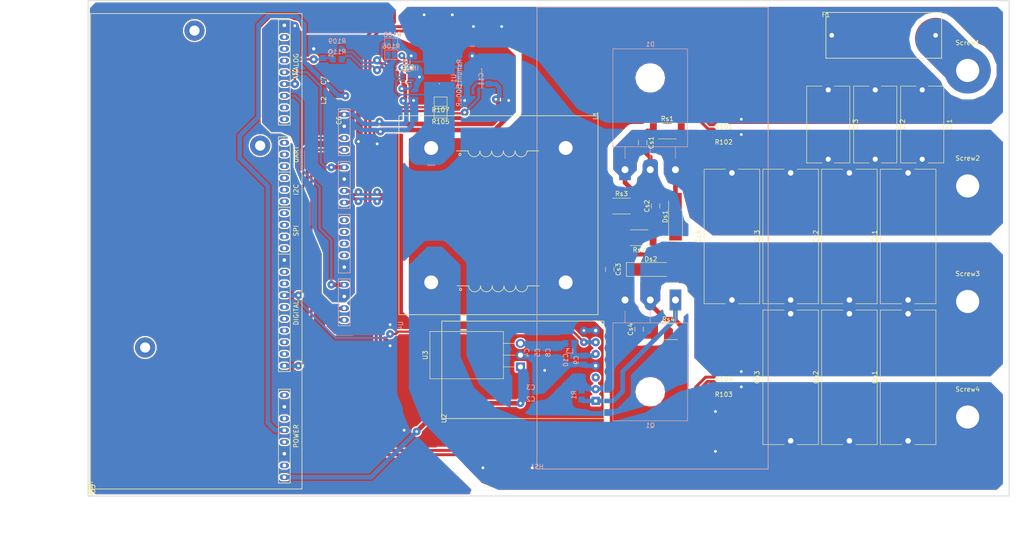
<source format=kicad_pcb>
(kicad_pcb (version 20171130) (host pcbnew "(5.0.0-rc2-dev-586-g888c43477)")
  (layers (0 F.Cu signal) (31 B.Cu signal) (34 B.Paste user) (35 F.Paste user) (36 B.SilkS user) (37 F.SilkS user) (38 B.Mask user) (39 F.Mask user hide) (44 Edge.Cuts user))
  (net 0 "")
  (net 1 +5V)
  (net 2 +12V)
  (net 3 "Net-(U5-Pad10)")
  (net 4 "Net-(U5-Pad11)")
  (net 5 "Net-(U5-Pad12)")
  (net 6 "Net-(U5-Pad13)")
  (net 7 "Net-(U5-Pad14)")
  (net 8 "Net-(U5-Pad16)")
  (net 9 "Net-(U5-Pad17)")
  (net 10 "Net-(U5-Pad19)")
  (net 11 "Net-(U5-Pad20)")
  (net 12 "Net-(U5-Pad21)")
  (net 13 "Net-(U5-Pad22)")
  (net 14 "Net-(U5-Pad23)")
  (net 15 "Net-(U5-Pad24)")
  (net 16 "Net-(U5-Pad25)")
  (net 17 "Net-(U5-Pad26)")
  (net 18 "Net-(U5-Pad27)")
  (net 19 "Net-(U5-Pad28)")
  (net 20 "Net-(U5-Pad29)")
  (net 21 "Net-(U5-Pad30)")
  (net 22 "Net-(U5-Pad34)")
  (net 23 "Net-(U5-Pad35)")
  (net 24 "Net-(U5-Pad36)")
  (net 25 GNDA)
  (net 26 +5VA)
  (net 27 "Net-(U2-Pad3)")
  (net 28 "Net-(Cs1-Pad1)")
  (net 29 "Net-(Cs2-Pad1)")
  (net 30 "Net-(Cs3-Pad1)")
  (net 31 "Net-(Cs4-Pad1)")
  (net 32 "Net-(C10-Pad1)")
  (net 33 /-P_unfused)
  (net 34 /+Vp)
  (net 35 /-B)
  (net 36 /Source)
  (net 37 /Gate)
  (net 38 GND)
  (net 39 /+18V_OUT)
  (net 40 /Vbat_adc+)
  (net 41 /Vpanel_adc+)
  (net 42 /Ipanel_adc+)
  (net 43 /PWM)
  (net 44 /BatOVInterrupt)
  (net 45 /+B)
  (net 46 /-Vp)
  (net 47 "Net-(U5-Pad8)")
  (net 48 "Net-(U5-Pad6)")
  (net 49 "Net-(U5-Pad4)")
  (net 50 "Net-(U5-Pad2)")
  (net 51 /Vp_sen-)
  (net 52 /Vp_sen+)
  (net 53 /Vb_sen+)
  (net 54 /Vb_sen-)
  (net 55 "Net-(U4-Pad6)")
  (net 56 "Net-(U4-Pad7)")
  (net 57 "Net-(U4-Pad8)")
  (net 58 "Net-(U4-Pad9)")
  (net 59 /Ip_sen-)
  (net 60 /Ip_sen+)
  (net 61 /INA240_OUT)
  (net 62 /INA211_OUT)
  (net 63 /Rs+)
  (module Jumper:SolderJumper-2_P1.3mm_Open_Pad1.0x1.5mm (layer F.Cu) (at 126.238 61.722 180)
    (fp_text reference R107 (at 0 -1.8 180) (layer F.SilkS))
    (fp_text value 0R)
    (pad 1 smd rect (at -0.65 0 180) (size 1 1.5) (layers F.Cu F.Mask) (net 25 GNDA))
    (pad 2 smd rect (at 0.65 0 180) (size 1 1.5) (layers F.Cu F.Mask) (net 59 /Ip_sen-))
  )
  (module Jumper:SolderJumper-2_P1.3mm_Open_Pad1.0x1.5mm (layer B.Cu) (at 115.57 51.562 180)
    (fp_text reference R106 (at 0 1.8 180) (layer B.SilkS) (effects (justify mirror)))
    (fp_text value 0R)
    (pad 2 smd rect (at 0.65 0 180) (size 1 1.5) (layers B.Cu B.Mask) (net 60 /Ip_sen+))
    (pad 1 smd rect (at -0.65 0 180) (size 1 1.5) (layers B.Cu B.Mask) (net 62 /INA211_OUT))
  )
  (module Jumper:SolderJumper-2_P1.3mm_Open_Pad1.0x1.5mm (layer B.Cu) (at 115.57 49.022)
    (fp_text reference R108 (at 0.254 -1.778) (layer B.SilkS) (effects (justify mirror)))
    (fp_text value 0R)
    (pad 1 smd rect (at -0.65 0) (size 1 1.5) (layers B.Cu B.Mask) (net 59 /Ip_sen-))
    (pad 2 smd rect (at 0.65 0) (size 1 1.5) (layers B.Cu B.Mask) (net 25 GNDA))
  )
  (module Jumper:SolderJumper-2_P1.3mm_Open_Pad1.0x1.5mm (layer F.Cu) (at 126.238 64.262 180)
    (fp_text reference R105 (at 0 -1.8 180) (layer F.SilkS))
    (fp_text value 0R)
    (pad 2 smd rect (at 0.65 0 180) (size 1 1.5) (layers F.Cu F.Mask) (net 60 /Ip_sen+))
    (pad 1 smd rect (at -0.65 0 180) (size 1 1.5) (layers F.Cu F.Mask) (net 61 /INA240_OUT))
  )
  (module Resistor_SMD:R_0805_2012Metric_Pad1.29x1.40mm_HandSolder (layer B.Cu) (at 103.886 52.578 180)
    (fp_text reference R110 (at 0 1.65 180) (layer B.SilkS) (effects (justify mirror)))
    (fp_text value ??)
    (pad 1 smd rect (at -0.9675 0 180) (size 1.295 1.4) (layers B.Cu B.Paste B.Mask) (net 60 /Ip_sen+))
    (pad 2 smd rect (at 0.9675 0 180) (size 1.295 1.4) (layers B.Cu B.Paste B.Mask) (net 42 /Ipanel_adc+))
  )
  (module Resistor_SMD:R_0805_2012Metric_Pad1.29x1.40mm_HandSolder (layer B.Cu) (at 103.886 50.292 180)
    (fp_text reference R109 (at 0 1.65 180) (layer B.SilkS) (effects (justify mirror)))
    (fp_text value ??)
    (pad 1 smd rect (at -0.9675 0 180) (size 1.295 1.4) (layers B.Cu B.Paste B.Mask) (net 59 /Ip_sen-))
    (pad 2 smd rect (at 0.9675 0 180) (size 1.295 1.4) (layers B.Cu B.Paste B.Mask) (net 25 GNDA))
  )
  (module "MCCplaca Shunt:C_0805_2012Metric_Pad1.29x1.40mm_HandSolder" (layer B.Cu) (at 136.652 56.896 270)
    (fp_text reference C11 (at 0 1.65 270) (layer B.SilkS) (effects (justify mirror)))
    (fp_text value 100nF)
    (pad 2 smd rect (at 0.9675 0 270) (size 1.295 1.4) (layers B.Cu B.Paste B.Mask) (net 26 +5VA))
    (pad 1 smd rect (at -0.9675 0 270) (size 1.295 1.4) (layers B.Cu B.Paste B.Mask) (net 25 GNDA))
  )
  (module "MCCplaca Shunt:C_0805_2012Metric_Pad1.29x1.40mm_HandSolder" (layer F.Cu) (at 119.126 56.388 180)
    (fp_text reference C12 (at 0 2.032 180) (layer F.SilkS))
    (fp_text value 100nF)
    (pad 1 smd rect (at -0.9675 0 180) (size 1.295 1.4) (layers F.Cu F.Paste F.Mask) (net 25 GNDA))
    (pad 2 smd rect (at 0.9675 0 180) (size 1.295 1.4) (layers F.Cu F.Paste F.Mask) (net 26 +5VA))
  )
  (module "MCCplaca Shunt:C_0805_2012Metric_Pad1.29x1.40mm_HandSolder" (layer B.Cu) (at 100.838 51.308 90)
    (fp_text reference C1 (at 0 1.65 90) (layer B.SilkS) (effects (justify mirror)))
    (fp_text value 100nF)
    (pad 2 smd rect (at 0.9675 0 90) (size 1.295 1.4) (layers B.Cu B.Paste B.Mask) (net 25 GNDA))
    (pad 1 smd rect (at -0.9675 0 90) (size 1.295 1.4) (layers B.Cu B.Paste B.Mask) (net 42 /Ipanel_adc+))
  )
  (module "MCCplaca Shunt:PML100HZPJV0L5" (layer B.Cu) (at 125.984 56.642 90)
    (fp_text reference Rshunt1 (at 1.0922 4.318 90) (layer B.SilkS) (effects (justify mirror)))
    (fp_text value 500uR (at -3.81 4.2418 90) (layer B.SilkS) (effects (justify mirror)))
    (pad 2 smd rect (at 2.291 0 90) (size 2.932 6.64) (layers B.Cu B.Paste B.Mask) (net 46 /-Vp))
    (pad 1 smd rect (at -2.291 0 90) (size 2.932 6.64) (layers B.Cu B.Paste B.Mask) (net 63 /Rs+))
  )
  (module "MCCplaca Shunt:INA211BIDCKR" (layer B.Cu) (at 118.872 56.388 180)
    (fp_text reference U6 (at 0 3.2004 180) (layer B.SilkS) (effects (justify mirror)))
    (fp_text value INA211 (at -0.0508 1.8542 180) (layer B.SilkS) (effects (justify mirror)))
    (pad 6 smd rect (at 0.9779 0.649999 180) (size 1.1684 0.3429) (layers B.Cu B.Paste B.Mask) (net 62 /INA211_OUT))
    (pad 5 smd rect (at 0.9779 0 180) (size 1.1684 0.3429) (layers B.Cu B.Paste B.Mask) (net 46 /-Vp))
    (pad 4 smd rect (at 0.9779 -0.649999 180) (size 1.1684 0.3429) (layers B.Cu B.Paste B.Mask) (net 63 /Rs+))
    (pad 3 smd rect (at -0.9779 -0.649999 180) (size 1.1684 0.3429) (layers B.Cu B.Paste B.Mask) (net 26 +5VA))
    (pad 2 smd rect (at -0.9779 0 180) (size 1.1684 0.3429) (layers B.Cu B.Paste B.Mask) (net 25 GNDA))
    (pad 1 smd rect (at -0.9779 0.649999 180) (size 1.1684 0.3429) (layers B.Cu B.Paste B.Mask) (net 25 GNDA))
  )
  (module Package_SO:SOIC-8_3.9x4.9mm_P1.27mm (layer B.Cu) (at 132.588 56.70804 270)
    (fp_text reference U1 (at 0 3.5 270) (layer B.SilkS) (effects (justify mirror)))
    (fp_text value INA240)
    (pad 1 smd rect (at -2.7 1.905 270) (size 1.55 0.6) (layers B.Cu B.Paste B.Mask) (net 46 /-Vp))
    (pad 2 smd rect (at -2.7 0.635 270) (size 1.55 0.6) (layers B.Cu B.Paste B.Mask) (net 25 GNDA))
    (pad 3 smd rect (at -2.7 -0.635 270) (size 1.55 0.6) (layers B.Cu B.Paste B.Mask) (net 25 GNDA))
    (pad 4 smd rect (at -2.7 -1.905 270) (size 1.55 0.6) (layers B.Cu B.Paste B.Mask) (net 25 GNDA))
    (pad 5 smd rect (at 2.7 -1.905 270) (size 1.55 0.6) (layers B.Cu B.Paste B.Mask) (net 61 /INA240_OUT))
    (pad 6 smd rect (at 2.7 -0.635 270) (size 1.55 0.6) (layers B.Cu B.Paste B.Mask) (net 26 +5VA))
    (pad 7 smd rect (at 2.7 0.635 270) (size 1.55 0.6) (layers B.Cu B.Paste B.Mask) (net 25 GNDA))
    (pad 8 smd rect (at 2.7 1.905 270) (size 1.55 0.6) (layers B.Cu B.Paste B.Mask) (net 63 /Rs+))
  )
  (module MCCplaca:Signals (layer B.Cu) (at 118.11 110.236 90)
    (fp_text reference U4 (at 0 -0.5 90) (layer B.SilkS) (effects (justify mirror)))
    (fp_text value Signals_MCC)
    (pad 17 thru_hole oval (at 45.72 -12.7 90) (size 1.2 2) (drill 0.762) (layers *.Cu *.Mask) (net 26 +5VA))
    (pad 1 thru_hole oval (at 1.27 -12.7 90) (size 1.2 2) (drill 0.762) (layers *.Cu *.Mask) (net 51 /Vp_sen-))
    (pad 2 thru_hole oval (at 3.81 -12.7 90) (size 1.2 2) (drill 0.762) (layers *.Cu *.Mask) (net 52 /Vp_sen+))
    (pad 3 thru_hole oval (at 6.35 -12.7 90) (size 1.2 2) (drill 0.762) (layers *.Cu *.Mask) (net 25 GNDA))
    (pad 4 thru_hole oval (at 8.89 -12.7 90) (size 1.2 2) (drill 0.762) (layers *.Cu *.Mask) (net 41 /Vpanel_adc+))
    (pad 5 thru_hole oval (at 12.7 -12.7 90) (size 1.2 2) (drill 0.762) (layers *.Cu *.Mask) (net 25 GNDA))
    (pad 6 thru_hole oval (at 15.24 -12.7 90) (size 1.2 2) (drill 0.762) (layers *.Cu *.Mask) (net 55 "Net-(U4-Pad6)"))
    (pad 7 thru_hole oval (at 17.78 -12.7 90) (size 1.2 2) (drill 0.762) (layers *.Cu *.Mask) (net 56 "Net-(U4-Pad7)"))
    (pad 8 thru_hole oval (at 20.32 -12.7 90) (size 1.2 2) (drill 0.762) (layers *.Cu *.Mask) (net 57 "Net-(U4-Pad8)"))
    (pad 9 thru_hole oval (at 22.86 -12.7 90) (size 1.2 2) (drill 0.762) (layers *.Cu *.Mask) (net 58 "Net-(U4-Pad9)"))
    (pad 10 thru_hole oval (at 26.67 -12.7 90) (size 1.2 2) (drill 0.762) (layers *.Cu *.Mask) (net 53 /Vb_sen+))
    (pad 11 thru_hole oval (at 29.21 -12.7 90) (size 1.2 2) (drill 0.762) (layers *.Cu *.Mask) (net 54 /Vb_sen-))
    (pad 12 thru_hole oval (at 31.75 -12.7 90) (size 1.2 2) (drill 0.762) (layers *.Cu *.Mask) (net 25 GNDA))
    (pad 13 thru_hole oval (at 34.29 -12.7 90) (size 1.2 2) (drill 0.762) (layers *.Cu *.Mask) (net 40 /Vbat_adc+))
    (pad 14 thru_hole oval (at 38.1 -12.7 90) (size 1.2 2) (drill 0.762) (layers *.Cu *.Mask) (net 44 /BatOVInterrupt))
    (pad 15 thru_hole oval (at 40.64 -12.7 90) (size 1.2 2) (drill 0.762) (layers *.Cu *.Mask) (net 43 /PWM))
    (pad 16 thru_hole oval (at 43.18 -12.7 90) (size 1.2 2) (drill 0.762) (layers *.Cu *.Mask) (net 25 GNDA))
  )
  (module Resistor_SMD:R_0805_2012Metric_Pad1.29x1.40mm_HandSolder (layer F.Cu) (at 187.452 65.532 180)
    (fp_text reference R101 (at 0 -1.65 180) (layer F.SilkS))
    (fp_text value ??)
    (pad 2 smd rect (at 0.9675 0 180) (size 1.295 1.4) (layers F.Cu F.Paste F.Mask) (net 51 /Vp_sen-))
    (pad 1 smd rect (at -0.9675 0 180) (size 1.295 1.4) (layers F.Cu F.Paste F.Mask) (net 46 /-Vp))
  )
  (module MCCplaca:hs10425 (layer B.Cu) (at 147.066 141.224)
    (fp_text reference HS1 (at 0 -0.5) (layer B.SilkS) (effects (justify mirror)))
    (fp_text value Heatsink)
  )
  (module MCCplaca:TO-247-3_Horizontal_TabUp (layer B.Cu) (at 177.016 104.648 180)
    (fp_text reference Q1 (at 5.45 -27.15 180) (layer B.SilkS) (effects (justify mirror)))
    (fp_text value IRFP4321PbF)
    (pad "" np_thru_hole oval (at 5.45 -19.86 180) (size 3.6 3.6) (drill 3.6) (layers *.Cu *.Mask))
    (pad 1 thru_hole rect (at 0 0 180) (size 2.5 4.5) (drill 1.5) (layers *.Cu *.Mask) (net 37 /Gate))
    (pad 2 thru_hole oval (at 5.45 0 180) (size 2.5 4.5) (drill 1.5) (layers *.Cu *.Mask) (net 35 /-B))
    (pad 3 thru_hole oval (at 10.9 0 180) (size 2.5 4.5) (drill 1.5) (layers *.Cu *.Mask) (net 36 /Source))
  )
  (module MCCplaca:TO-247-3_Horizontal_TabUp (layer B.Cu) (at 166.116 76.454)
    (fp_text reference D1 (at 5.45 -27.15) (layer B.SilkS) (effects (justify mirror)))
    (fp_text value 80CPQ150PbF)
    (pad 3 thru_hole oval (at 10.9 0) (size 2.5 4.5) (drill 1.5) (layers *.Cu *.Mask) (net 34 /+Vp))
    (pad 2 thru_hole oval (at 5.45 0) (size 2.5 4.5) (drill 1.5) (layers *.Cu *.Mask) (net 36 /Source))
    (pad 1 thru_hole rect (at 0 0) (size 2.5 4.5) (drill 1.5) (layers *.Cu *.Mask) (net 34 /+Vp))
    (pad "" np_thru_hole oval (at 5.45 -19.86) (size 3.6 3.6) (drill 3.6) (layers *.Cu *.Mask))
  )
  (module "MCCplaca:Driver_(INEP)" (layer F.Cu) (at 126.492 130.302 90)
    (fp_text reference U2 (at 0 0.5 90) (layer F.SilkS))
    (fp_text value "DRIVER_(INEP)")
    (pad 2 thru_hole circle (at 6.35 33.274 270) (size 1.8 1.8) (drill 0.762) (layers *.Cu *.Mask) (net 36 /Source))
    (pad 1 thru_hole rect (at 3.81 33.274 270) (size 1.8 1.8) (drill 0.762) (layers *.Cu *.Mask) (net 37 /Gate))
    (pad 7 thru_hole circle (at 19.05 33.274 270) (size 1.8 1.8) (drill 0.762) (layers *.Cu *.Mask) (net 38 GND))
    (pad 3 thru_hole circle (at 8.89 33.274 270) (size 1.8 1.8) (drill 0.762) (layers *.Cu *.Mask) (net 27 "Net-(U2-Pad3)"))
    (pad 4 thru_hole circle (at 11.43 33.274 270) (size 1.8 1.8) (drill 0.762) (layers *.Cu *.Mask) (net 38 GND))
    (pad 6 thru_hole circle (at 16.51 33.274 270) (size 1.8 1.8) (drill 0.762) (layers *.Cu *.Mask) (net 43 /PWM))
    (pad 5 thru_hole circle (at 13.97 33.274 270) (size 1.8 1.8) (drill 0.762) (layers *.Cu *.Mask) (net 32 "Net-(C10-Pad1)"))
  )
  (module MCCplaca:NEE-42-20-DE (layer F.Cu) (at 160.274 64.77 270)
    (fp_text reference L1 (at 0 0.5 270) (layer F.SilkS))
    (fp_text value 50uH/50uH)
    (pad 3 thru_hole circle (at 36.068 36.068 90) (size 5 5) (drill 3) (layers *.Cu *.Mask) (net 45 /+B))
    (pad 1 thru_hole circle (at 6.985 36.068) (size 5 5) (drill 3) (layers *.Cu *.Mask) (net 63 /Rs+))
    (pad 4 thru_hole circle (at 36.068 6.985 180) (size 5 5) (drill 3) (layers *.Cu *.Mask) (net 36 /Source))
    (pad 2 thru_hole circle (at 6.985 6.985 270) (size 5 5) (drill 3) (layers *.Cu *.Mask) (net 36 /Source))
  )
  (module MCCplaca:ZCS18 (layer F.Cu) (at 50.546 145.542 90)
    (fp_text reference U5 (at 0 0.5 90) (layer F.SilkS))
    (fp_text value ZCS)
    (fp_text user ANALOG (at 91.44 44.45 90) (layer F.SilkS))
    (fp_text user UART (at 72.39 44.45 90) (layer F.SilkS))
    (fp_text user UART (at 0 0 90) (layer F.SilkS))
    (fp_text user I2C (at 64.77 44.45 90) (layer F.SilkS))
    (fp_text user SPI (at 55.88 44.45 90) (layer F.SilkS))
    (fp_text user SPI (at 0 0 90) (layer F.SilkS))
    (fp_text user DIGITAL (at 38.1 44.45 90) (layer F.SilkS))
    (fp_text user POWER (at 11.43 44.45 90) (layer F.SilkS))
    (pad 40 thru_hole circle (at 30.608 11.811 90) (size 4.4 4.4) (drill 2.2) (layers *.Cu *.Mask))
    (pad 39 thru_hole circle (at 99.187 22.479 90) (size 4.4 4.4) (drill 2.2) (layers *.Cu *.Mask))
    (pad 38 thru_hole circle (at 74.295 36.679274 90) (size 4.4 4.4) (drill 2.2) (layers *.Cu *.Mask))
    (pad 37 thru_hole oval (at 100.33 41.91 90) (size 1.2 2) (drill 0.762) (layers *.Cu *.Mask) (net 25 GNDA))
    (pad 36 thru_hole oval (at 97.79 41.91 90) (size 1.2 2) (drill 0.762) (layers *.Cu *.Mask) (net 24 "Net-(U5-Pad36)"))
    (pad 35 thru_hole oval (at 95.25 41.91 90) (size 1.2 2) (drill 0.762) (layers *.Cu *.Mask) (net 23 "Net-(U5-Pad35)"))
    (pad 34 thru_hole oval (at 92.71 41.91 90) (size 1.2 2) (drill 0.762) (layers *.Cu *.Mask) (net 22 "Net-(U5-Pad34)"))
    (pad 33 thru_hole oval (at 90.17 41.91 90) (size 1.2 2) (drill 0.762) (layers *.Cu *.Mask) (net 40 /Vbat_adc+))
    (pad 32 thru_hole oval (at 87.63 41.91 90) (size 1.2 2) (drill 0.762) (layers *.Cu *.Mask) (net 42 /Ipanel_adc+))
    (pad 31 thru_hole oval (at 85.09 41.91 90) (size 1.2 2) (drill 0.762) (layers *.Cu *.Mask) (net 41 /Vpanel_adc+))
    (pad 30 thru_hole oval (at 82.55 41.91 90) (size 1.2 2) (drill 0.762) (layers *.Cu *.Mask) (net 21 "Net-(U5-Pad30)"))
    (pad 29 thru_hole oval (at 80.01 41.91 90) (size 1.2 2) (drill 0.762) (layers *.Cu *.Mask) (net 20 "Net-(U5-Pad29)"))
    (pad 28 thru_hole oval (at 74.93 41.91 90) (size 1.2 2) (drill 0.762) (layers *.Cu *.Mask) (net 19 "Net-(U5-Pad28)"))
    (pad 27 thru_hole oval (at 72.39 41.91 90) (size 1.2 2) (drill 0.762) (layers *.Cu *.Mask) (net 18 "Net-(U5-Pad27)"))
    (pad 26 thru_hole oval (at 69.85 41.91 90) (size 1.2 2) (drill 0.762) (layers *.Cu *.Mask) (net 17 "Net-(U5-Pad26)"))
    (pad 25 thru_hole oval (at 67.31 41.91 90) (size 1.2 2) (drill 0.762) (layers *.Cu *.Mask) (net 16 "Net-(U5-Pad25)"))
    (pad 24 thru_hole oval (at 64.77 41.91 90) (size 1.2 2) (drill 0.762) (layers *.Cu *.Mask) (net 15 "Net-(U5-Pad24)"))
    (pad 23 thru_hole oval (at 62.23 41.91 90) (size 1.2 2) (drill 0.762) (layers *.Cu *.Mask) (net 14 "Net-(U5-Pad23)"))
    (pad 22 thru_hole oval (at 59.69 41.91 90) (size 1.2 2) (drill 0.762) (layers *.Cu *.Mask) (net 13 "Net-(U5-Pad22)"))
    (pad 21 thru_hole oval (at 57.15 41.91 90) (size 1.2 2) (drill 0.762) (layers *.Cu *.Mask) (net 12 "Net-(U5-Pad21)"))
    (pad 20 thru_hole oval (at 54.61 41.91 90) (size 1.2 2) (drill 0.762) (layers *.Cu *.Mask) (net 11 "Net-(U5-Pad20)"))
    (pad 19 thru_hole oval (at 52.07 41.91 90) (size 1.2 2) (drill 0.762) (layers *.Cu *.Mask) (net 10 "Net-(U5-Pad19)"))
    (pad 18 thru_hole oval (at 49.53 41.91 90) (size 1.2 2) (drill 0.762) (layers *.Cu *.Mask) (net 38 GND))
    (pad 17 thru_hole oval (at 46.99 41.91 90) (size 1.2 2) (drill 0.762) (layers *.Cu *.Mask) (net 9 "Net-(U5-Pad17)"))
    (pad 16 thru_hole oval (at 44.45 41.91 90) (size 1.2 2) (drill 0.762) (layers *.Cu *.Mask) (net 8 "Net-(U5-Pad16)"))
    (pad 15 thru_hole oval (at 41.91 41.91 90) (size 1.2 2) (drill 0.762) (layers *.Cu *.Mask) (net 43 /PWM))
    (pad 14 thru_hole oval (at 39.37 41.91 90) (size 1.2 2) (drill 0.762) (layers *.Cu *.Mask) (net 7 "Net-(U5-Pad14)"))
    (pad 13 thru_hole oval (at 36.83 41.91 90) (size 1.2 2) (drill 0.762) (layers *.Cu *.Mask) (net 6 "Net-(U5-Pad13)"))
    (pad 12 thru_hole oval (at 34.29 41.91 90) (size 1.2 2) (drill 0.762) (layers *.Cu *.Mask) (net 5 "Net-(U5-Pad12)"))
    (pad 11 thru_hole oval (at 31.75 41.91 90) (size 1.2 2) (drill 0.762) (layers *.Cu *.Mask) (net 4 "Net-(U5-Pad11)"))
    (pad 10 thru_hole oval (at 29.21 41.91 90) (size 1.2 2) (drill 0.762) (layers *.Cu *.Mask) (net 3 "Net-(U5-Pad10)"))
    (pad 9 thru_hole oval (at 26.67 41.91 90) (size 1.2 2) (drill 0.762) (layers *.Cu *.Mask) (net 44 /BatOVInterrupt))
    (pad 8 thru_hole oval (at 20.32 41.91 90) (size 1.2 2) (drill 0.762) (layers *.Cu *.Mask) (net 47 "Net-(U5-Pad8)"))
    (pad 7 thru_hole oval (at 17.78 41.91 90) (size 1.2 2) (drill 0.762) (layers *.Cu *.Mask) (net 38 GND))
    (pad 6 thru_hole oval (at 15.24 41.91 90) (size 1.2 2) (drill 0.762) (layers *.Cu *.Mask) (net 48 "Net-(U5-Pad6)"))
    (pad 5 thru_hole oval (at 12.7 41.91 90) (size 1.2 2) (drill 0.762) (layers *.Cu *.Mask) (net 1 +5V))
    (pad 4 thru_hole oval (at 10.16 41.91 90) (size 1.2 2) (drill 0.762) (layers *.Cu *.Mask) (net 49 "Net-(U5-Pad4)"))
    (pad 3 thru_hole oval (at 7.62 41.91 90) (size 1.2 2) (drill 0.762) (layers *.Cu *.Mask) (net 38 GND))
    (pad 2 thru_hole oval (at 5.08 41.91 90) (size 1.2 2) (drill 0.762) (layers *.Cu *.Mask) (net 50 "Net-(U5-Pad2)"))
    (pad 1 thru_hole oval (at 2.54 41.91 90) (size 1.2 2) (drill 0.762) (layers *.Cu *.Mask) (net 39 /+18V_OUT))
  )
  (module Capacitor_SMD:C_1206_3216Metric_Pad1.39x1.80mm_HandSolder (layer F.Cu) (at 169.164 110.998 90)
    (fp_text reference Cs4 (at 0 -1.85 90) (layer F.SilkS))
    (fp_text value ??)
    (pad 2 smd rect (at 1.5175 0 90) (size 1.395 1.8) (layers F.Cu F.Paste F.Mask) (net 36 /Source))
    (pad 1 smd rect (at -1.5175 0 90) (size 1.395 1.8) (layers F.Cu F.Paste F.Mask) (net 31 "Net-(Cs4-Pad1)"))
  )
  (module Capacitor_SMD:C_1206_3216Metric_Pad1.39x1.80mm_HandSolder (layer F.Cu) (at 162.814 98.044 270)
    (fp_text reference Cs3 (at 0 -1.85 270) (layer F.SilkS))
    (fp_text value ??)
    (pad 1 smd rect (at -1.5175 0 270) (size 1.395 1.8) (layers F.Cu F.Paste F.Mask) (net 30 "Net-(Cs3-Pad1)"))
    (pad 2 smd rect (at 1.5175 0 270) (size 1.395 1.8) (layers F.Cu F.Paste F.Mask) (net 36 /Source))
  )
  (module Capacitor_SMD:C_1206_3216Metric_Pad1.39x1.80mm_HandSolder (layer F.Cu) (at 172.72 84.328 90)
    (fp_text reference Cs2 (at 0 -1.85 90) (layer F.SilkS))
    (fp_text value ??)
    (pad 2 smd rect (at 1.5175 0 90) (size 1.395 1.8) (layers F.Cu F.Paste F.Mask) (net 36 /Source))
    (pad 1 smd rect (at -1.5175 0 90) (size 1.395 1.8) (layers F.Cu F.Paste F.Mask) (net 29 "Net-(Cs2-Pad1)"))
  )
  (module Capacitor_SMD:C_1206_3216Metric_Pad1.39x1.80mm_HandSolder (layer F.Cu) (at 169.926 70.612 270)
    (fp_text reference Cs1 (at 0 -1.85 270) (layer F.SilkS))
    (fp_text value ??)
    (pad 1 smd rect (at -1.5175 0 270) (size 1.395 1.8) (layers F.Cu F.Paste F.Mask) (net 28 "Net-(Cs1-Pad1)"))
    (pad 2 smd rect (at 1.5175 0 270) (size 1.395 1.8) (layers F.Cu F.Paste F.Mask) (net 36 /Source))
  )
  (module MCC:C_0805_2012Metric_Pad1.29x1.40mm_HandSolder (layer B.Cu) (at 146.558 116.0295 270)
    (fp_text reference C4 (at 0 1.65 270) (layer B.SilkS) (effects (justify mirror)))
    (fp_text value 100nF)
    (pad 1 smd rect (at -0.9675 0 270) (size 1.295 1.4) (layers B.Cu B.Paste B.Mask) (net 2 +12V))
    (pad 2 smd rect (at 0.9675 0 270) (size 1.295 1.4) (layers B.Cu B.Paste B.Mask) (net 38 GND))
  )
  (module Package_TO_SOT_THT:TO-220-3_Horizontal_TabDown (layer F.Cu) (at 143.51 119.126 90)
    (fp_text reference U3 (at 2.54 -20.58 90) (layer F.SilkS))
    (fp_text value LM7812_TO220)
    (pad 3 thru_hole oval (at 5.08 0 90) (size 1.905 2) (drill 1.1) (layers *.Cu *.Mask) (net 2 +12V))
    (pad 2 thru_hole oval (at 2.54 0 90) (size 1.905 2) (drill 1.1) (layers *.Cu *.Mask) (net 38 GND))
    (pad 1 thru_hole rect (at 0 0 90) (size 1.905 2) (drill 1.1) (layers *.Cu *.Mask) (net 39 /+18V_OUT))
    (pad "" smd oval (at 2.54 -16.66 90) (size 3.5 3.5) (layers F.Cu F.Paste F.Mask))
  )
  (module Capacitor_THT:C_Rect_L16.5mm_W9.2mm_P15.00mm_MKT (layer F.Cu) (at 220.218 59.182 270)
    (fp_text reference Ci2 (at 7.5 -5.91 270) (layer F.SilkS))
    (fp_text value 4.7uF)
    (pad 2 thru_hole circle (at 15 0 270) (size 2.2 2.2) (drill 1.1) (layers *.Cu *.Mask) (net 34 /+Vp))
    (pad 1 thru_hole circle (at 0 0 270) (size 2.2 2.2) (drill 1.1) (layers *.Cu *.Mask) (net 46 /-Vp))
  )
  (module Capacitor_THT:C_Rect_L16.5mm_W9.2mm_P15.00mm_MKT (layer F.Cu) (at 230.378 59.182 270)
    (fp_text reference Ci1 (at 7.5 -5.91 270) (layer F.SilkS))
    (fp_text value 4.7uF)
    (pad 2 thru_hole circle (at 15 0 270) (size 2.2 2.2) (drill 1.1) (layers *.Cu *.Mask) (net 34 /+Vp))
    (pad 1 thru_hole circle (at 0 0 270) (size 2.2 2.2) (drill 1.1) (layers *.Cu *.Mask) (net 46 /-Vp))
  )
  (module Capacitor_THT:C_Rect_L16.5mm_W9.2mm_P15.00mm_MKT (layer F.Cu) (at 210.058 59.182 270)
    (fp_text reference Ci3 (at 7.5 -5.91 270) (layer F.SilkS))
    (fp_text value 4.7uF)
    (pad 2 thru_hole circle (at 15 0 270) (size 2.2 2.2) (drill 1.1) (layers *.Cu *.Mask) (net 34 /+Vp))
    (pad 1 thru_hole circle (at 0 0 270) (size 2.2 2.2) (drill 1.1) (layers *.Cu *.Mask) (net 46 /-Vp))
  )
  (module Diode_SMD:D_MELF_Handsoldering (layer F.Cu) (at 171.704 98.044)
    (fp_text reference Ds2 (at 0 -2.25) (layer F.SilkS))
    (fp_text value BYD77)
    (pad 2 smd rect (at 3.4 0) (size 3.5 2.7) (layers F.Cu F.Paste F.Mask) (net 35 /-B))
    (pad 1 smd rect (at -3.4 0) (size 3.5 2.7) (layers F.Cu F.Paste F.Mask) (net 30 "Net-(Cs3-Pad1)"))
  )
  (module Diode_SMD:D_MELF_Handsoldering (layer F.Cu) (at 177.038 86.614 90)
    (fp_text reference Ds1 (at 0 -2.25 90) (layer F.SilkS))
    (fp_text value BYD77)
    (pad 2 smd rect (at 3.4 0 90) (size 3.5 2.7) (layers F.Cu F.Paste F.Mask) (net 34 /+Vp))
    (pad 1 smd rect (at -3.4 0 90) (size 3.5 2.7) (layers F.Cu F.Paste F.Mask) (net 29 "Net-(Cs2-Pad1)"))
  )
  (module Inductor_SMD:L_0805_2012Metric_Pad1.29x1.40mm_HandSolder (layer B.Cu) (at 154.178 114.046)
    (fp_text reference L3 (at 0 1.65) (layer B.SilkS) (effects (justify mirror)))
    (fp_text value L_Small)
    (pad 2 smd rect (at 0.9675 0) (size 1.295 1.4) (layers B.Cu B.Paste B.Mask) (net 32 "Net-(C10-Pad1)"))
    (pad 1 smd rect (at -0.9675 0) (size 1.295 1.4) (layers B.Cu B.Paste B.Mask) (net 2 +12V))
  )
  (module Inductor_SMD:L_0805_2012Metric_Pad1.29x1.40mm_HandSolder (layer F.Cu) (at 102.616 61.468 90)
    (fp_text reference L2 (at 0 -1.65 90) (layer F.SilkS))
    (fp_text value L_Small)
    (pad 2 smd rect (at 0.9675 0 90) (size 1.295 1.4) (layers F.Cu F.Paste F.Mask) (net 1 +5V))
    (pad 1 smd rect (at -0.9675 0 90) (size 1.295 1.4) (layers F.Cu F.Paste F.Mask) (net 26 +5VA))
  )
  (module Resistor_SMD:R_2512_6332Metric_Pad1.49x3.40mm_HandSolder (layer F.Cu) (at 175.514 111.506)
    (fp_text reference Rs4 (at 0 -2.65) (layer F.SilkS))
    (fp_text value ??)
    (pad 2 smd rect (at 3.0175 0) (size 1.495 3.4) (layers F.Cu F.Paste F.Mask) (net 35 /-B))
    (pad 1 smd rect (at -3.0175 0) (size 1.495 3.4) (layers F.Cu F.Paste F.Mask) (net 31 "Net-(Cs4-Pad1)"))
  )
  (module Resistor_SMD:R_2512_6332Metric_Pad1.49x3.40mm_HandSolder (layer F.Cu) (at 165.354 84.328)
    (fp_text reference Rs3 (at 0 -2.65) (layer F.SilkS))
    (fp_text value ??)
    (pad 2 smd rect (at 3.0175 0) (size 1.495 3.4) (layers F.Cu F.Paste F.Mask) (net 34 /+Vp))
    (pad 1 smd rect (at -3.0175 0) (size 1.495 3.4) (layers F.Cu F.Paste F.Mask) (net 30 "Net-(Cs3-Pad1)"))
  )
  (module Resistor_SMD:R_2512_6332Metric_Pad1.49x3.40mm_HandSolder (layer F.Cu) (at 169.164 91.186 180)
    (fp_text reference Rs2 (at 0 -2.65 180) (layer F.SilkS))
    (fp_text value ??)
    (pad 2 smd rect (at 3.0175 0 180) (size 1.495 3.4) (layers F.Cu F.Paste F.Mask) (net 35 /-B))
    (pad 1 smd rect (at -3.0175 0 180) (size 1.495 3.4) (layers F.Cu F.Paste F.Mask) (net 29 "Net-(Cs2-Pad1)"))
  )
  (module Resistor_SMD:R_2512_6332Metric_Pad1.49x3.40mm_HandSolder (layer F.Cu) (at 175.26 68.072)
    (fp_text reference Rs1 (at 0 -2.65) (layer F.SilkS))
    (fp_text value ??)
    (pad 2 smd rect (at 3.0175 0) (size 1.495 3.4) (layers F.Cu F.Paste F.Mask) (net 34 /+Vp))
    (pad 1 smd rect (at -3.0175 0) (size 1.495 3.4) (layers F.Cu F.Paste F.Mask) (net 28 "Net-(Cs1-Pad1)"))
  )
  (module MCC:C_0805_2012Metric_Pad1.29x1.40mm_HandSolder (layer B.Cu) (at 148.844 116.0295 270)
    (fp_text reference C5 (at 0 1.65 270) (layer B.SilkS) (effects (justify mirror)))
    (fp_text value 10uF)
    (pad 2 smd rect (at 0.9675 0 270) (size 1.295 1.4) (layers B.Cu B.Paste B.Mask) (net 38 GND))
    (pad 1 smd rect (at -0.9675 0 270) (size 1.295 1.4) (layers B.Cu B.Paste B.Mask) (net 2 +12V))
  )
  (module MCC:C_0805_2012Metric_Pad1.29x1.40mm_HandSolder (layer B.Cu) (at 145.7475 124.46)
    (fp_text reference C2 (at 0 1.65) (layer B.SilkS) (effects (justify mirror)))
    (fp_text value 10uF)
    (pad 1 smd rect (at -0.9675 0) (size 1.295 1.4) (layers B.Cu B.Paste B.Mask) (net 39 /+18V_OUT))
    (pad 2 smd rect (at 0.9675 0) (size 1.295 1.4) (layers B.Cu B.Paste B.Mask) (net 38 GND))
  )
  (module MCC:C_0805_2012Metric_Pad1.29x1.40mm_HandSolder (layer B.Cu) (at 154.94 117.6505 270)
    (fp_text reference C10 (at 0 1.65 270) (layer B.SilkS) (effects (justify mirror)))
    (fp_text value 10uF)
    (pad 2 smd rect (at 0.9675 0 270) (size 1.295 1.4) (layers B.Cu B.Paste B.Mask) (net 38 GND))
    (pad 1 smd rect (at -0.9675 0 270) (size 1.295 1.4) (layers B.Cu B.Paste B.Mask) (net 32 "Net-(C10-Pad1)"))
  )
  (module MCC:C_0805_2012Metric_Pad1.29x1.40mm_HandSolder (layer F.Cu) (at 102.616 65.786 270)
    (fp_text reference C6 (at 0 -1.65 270) (layer F.SilkS))
    (fp_text value 100nF)
    (pad 1 smd rect (at -0.9675 0 270) (size 1.295 1.4) (layers F.Cu F.Paste F.Mask) (net 26 +5VA))
    (pad 2 smd rect (at 0.9675 0 270) (size 1.295 1.4) (layers F.Cu F.Paste F.Mask) (net 25 GNDA))
  )
  (module MCC:C_0805_2012Metric_Pad1.29x1.40mm_HandSolder (layer F.Cu) (at 102.616 57.15 90)
    (fp_text reference C7 (at 0 -1.65 90) (layer F.SilkS))
    (fp_text value 100nF)
    (pad 2 smd rect (at 0.9675 0 90) (size 1.295 1.4) (layers F.Cu F.Paste F.Mask) (net 38 GND))
    (pad 1 smd rect (at -0.9675 0 90) (size 1.295 1.4) (layers F.Cu F.Paste F.Mask) (net 1 +5V))
  )
  (module MCC:C_0805_2012Metric_Pad1.29x1.40mm_HandSolder (layer B.Cu) (at 151.13 116.0295 270)
    (fp_text reference C8 (at 0 1.65 270) (layer B.SilkS) (effects (justify mirror)))
    (fp_text value 100nF)
    (pad 1 smd rect (at -0.9675 0 270) (size 1.295 1.4) (layers B.Cu B.Paste B.Mask) (net 2 +12V))
    (pad 2 smd rect (at 0.9675 0 270) (size 1.295 1.4) (layers B.Cu B.Paste B.Mask) (net 38 GND))
  )
  (module MCC:C_0805_2012Metric_Pad1.29x1.40mm_HandSolder (layer B.Cu) (at 157.226 117.6505 270)
    (fp_text reference C9 (at 0 1.65 270) (layer B.SilkS) (effects (justify mirror)))
    (fp_text value 100nF)
    (pad 2 smd rect (at 0.9675 0 270) (size 1.295 1.4) (layers B.Cu B.Paste B.Mask) (net 38 GND))
    (pad 1 smd rect (at -0.9675 0 270) (size 1.295 1.4) (layers B.Cu B.Paste B.Mask) (net 32 "Net-(C10-Pad1)"))
  )
  (module MCC:C_0805_2012Metric_Pad1.29x1.40mm_HandSolder (layer B.Cu) (at 145.7475 121.92)
    (fp_text reference C3 (at 0 1.65) (layer B.SilkS) (effects (justify mirror)))
    (fp_text value 100nF)
    (pad 2 smd rect (at 0.9675 0) (size 1.295 1.4) (layers B.Cu B.Paste B.Mask) (net 38 GND))
    (pad 1 smd rect (at -0.9675 0) (size 1.295 1.4) (layers B.Cu B.Paste B.Mask) (net 39 /+18V_OUT))
  )
  (module MCC:C_Rect_L29.0mm_W11.9mm_P27.50mm_MKT (layer F.Cu) (at 214.63 135.128 90)
    (fp_text reference Co2 (at 13.75 -7.26 90) (layer F.SilkS))
    (fp_text value 4.7uF)
    (pad 2 thru_hole circle (at 27.5 0 90) (size 2.4 2.4) (drill 1.2) (layers *.Cu *.Mask) (net 35 /-B))
    (pad 1 thru_hole circle (at 0 0 90) (size 2.4 2.4) (drill 1.2) (layers *.Cu *.Mask) (net 45 /+B))
  )
  (module MCC:C_Rect_L29.0mm_W11.9mm_P27.50mm_MKT (layer F.Cu) (at 227.33 104.648 90)
    (fp_text reference Cc1 (at 13.75 -7.26 90) (layer F.SilkS))
    (fp_text value 6.8uF)
    (pad 1 thru_hole circle (at 0 0 90) (size 2.4 2.4) (drill 1.2) (layers *.Cu *.Mask) (net 35 /-B))
    (pad 2 thru_hole circle (at 27.5 0 90) (size 2.4 2.4) (drill 1.2) (layers *.Cu *.Mask) (net 34 /+Vp))
  )
  (module MCC:C_Rect_L29.0mm_W11.9mm_P27.50mm_MKT (layer F.Cu) (at 214.63 104.648 90)
    (fp_text reference Cc2 (at 13.75 -7.26 90) (layer F.SilkS))
    (fp_text value 6.8uF)
    (pad 2 thru_hole circle (at 27.5 0 90) (size 2.4 2.4) (drill 1.2) (layers *.Cu *.Mask) (net 34 /+Vp))
    (pad 1 thru_hole circle (at 0 0 90) (size 2.4 2.4) (drill 1.2) (layers *.Cu *.Mask) (net 35 /-B))
  )
  (module MCC:C_Rect_L29.0mm_W11.9mm_P27.50mm_MKT (layer F.Cu) (at 201.93 104.648 90)
    (fp_text reference Cc3 (at 13.75 -7.26 90) (layer F.SilkS))
    (fp_text value 6.8uF)
    (pad 1 thru_hole circle (at 0 0 90) (size 2.4 2.4) (drill 1.2) (layers *.Cu *.Mask) (net 35 /-B))
    (pad 2 thru_hole circle (at 27.5 0 90) (size 2.4 2.4) (drill 1.2) (layers *.Cu *.Mask) (net 34 /+Vp))
  )
  (module MCC:C_Rect_L29.0mm_W11.9mm_P27.50mm_MKT (layer F.Cu) (at 227.33 135.128 90)
    (fp_text reference Co1 (at 13.75 -7.26 90) (layer F.SilkS))
    (fp_text value 4.7uF)
    (pad 2 thru_hole circle (at 27.5 0 90) (size 2.4 2.4) (drill 1.2) (layers *.Cu *.Mask) (net 35 /-B))
    (pad 1 thru_hole circle (at 0 0 90) (size 2.4 2.4) (drill 1.2) (layers *.Cu *.Mask) (net 45 /+B))
  )
  (module MCC:C_Rect_L29.0mm_W11.9mm_P27.50mm_MKT (layer F.Cu) (at 189.23 104.648 90)
    (fp_text reference Cc4 (at 13.75 -7.26 90) (layer F.SilkS))
    (fp_text value 6.8uF)
    (pad 1 thru_hole circle (at 0 0 90) (size 2.4 2.4) (drill 1.2) (layers *.Cu *.Mask) (net 35 /-B))
    (pad 2 thru_hole circle (at 27.5 0 90) (size 2.4 2.4) (drill 1.2) (layers *.Cu *.Mask) (net 34 /+Vp))
  )
  (module MCC:C_Rect_L29.0mm_W11.9mm_P27.50mm_MKT (layer F.Cu) (at 201.93 135.128 90)
    (fp_text reference Co3 (at 13.75 -7.26 90) (layer F.SilkS))
    (fp_text value 4.7uF)
    (pad 2 thru_hole circle (at 27.5 0 90) (size 2.4 2.4) (drill 1.2) (layers *.Cu *.Mask) (net 35 /-B))
    (pad 1 thru_hole circle (at 0 0 90) (size 2.4 2.4) (drill 1.2) (layers *.Cu *.Mask) (net 45 /+B))
  )
  (module MCC:MountingHole_5mm_Pad (layer F.Cu) (at 240.202 129.972)
    (fp_text reference Screw4 (at 0 -6) (layer F.SilkS))
    (fp_text value +B)
    (pad 1 thru_hole circle (at 0 0) (size 10 10) (drill 5) (layers *.Cu *.Mask) (net 45 /+B))
  )
  (module MCC:MountingHole_5mm_Pad (layer F.Cu) (at 240.202 104.972)
    (fp_text reference Screw3 (at 0 -6) (layer F.SilkS))
    (fp_text value -B)
    (pad 1 thru_hole circle (at 0 0) (size 10 10) (drill 5) (layers *.Cu *.Mask) (net 35 /-B))
  )
  (module MCC:MountingHole_5mm_Pad (layer F.Cu) (at 240.202 79.972)
    (fp_text reference Screw2 (at 0 -6) (layer F.SilkS))
    (fp_text value +P)
    (pad 1 thru_hole circle (at 0 0) (size 10 10) (drill 5) (layers *.Cu *.Mask) (net 34 /+Vp))
  )
  (module MCC:MountingHole_5mm_Pad (layer F.Cu) (at 240.202 54.972)
    (fp_text reference Screw1 (at 0 -6) (layer F.SilkS))
    (fp_text value -P)
    (pad 1 thru_hole circle (at 0 0) (size 10 10) (drill 5) (layers *.Cu *.Mask) (net 33 /-P_unfused))
  )
  (module MCC:Porta_Fusivel (layer F.Cu) (at 209.55 42.418)
    (fp_text reference F1 (at 0 0.5) (layer F.SilkS))
    (fp_text value Fuse)
    (pad 2 thru_hole circle (at 23.7236 4.953 180) (size 3 3) (drill 1) (layers *.Cu *.Mask) (net 33 /-P_unfused))
    (pad 1 thru_hole circle (at 1.27 4.953) (size 3 3) (drill 1) (layers *.Cu *.Mask) (net 46 /-Vp))
  )
  (module MCC:R_0805_2012Metric_Pad1.29x1.40mm_HandSolder (layer B.Cu) (at 156.718 125.222 270)
    (fp_text reference R1 (at 0 1.65 270) (layer B.SilkS) (effects (justify mirror)))
    (fp_text value 10k)
    (pad 2 smd rect (at 0.9675 0 270) (size 1.295 1.4) (layers B.Cu B.Paste B.Mask) (net 37 /Gate))
    (pad 1 smd rect (at -0.9675 0 270) (size 1.295 1.4) (layers B.Cu B.Paste B.Mask) (net 36 /Source))
  )
  (module Resistor_SMD:R_0805_2012Metric_Pad1.29x1.40mm_HandSolder (layer F.Cu) (at 187.452 68.834 180)
    (fp_text reference R102 (at 0 -1.65 180) (layer F.SilkS))
    (fp_text value ??)
    (pad 1 smd rect (at -0.9675 0 180) (size 1.295 1.4) (layers F.Cu F.Paste F.Mask) (net 34 /+Vp))
    (pad 2 smd rect (at 0.9675 0 180) (size 1.295 1.4) (layers F.Cu F.Paste F.Mask) (net 52 /Vp_sen+))
  )
  (module Resistor_SMD:R_0805_2012Metric_Pad1.29x1.40mm_HandSolder (layer F.Cu) (at 187.452 123.444 180)
    (fp_text reference R103 (at 0 -1.65 180) (layer F.SilkS))
    (fp_text value ??)
    (pad 2 smd rect (at 0.9675 0 180) (size 1.295 1.4) (layers F.Cu F.Paste F.Mask) (net 53 /Vb_sen+))
    (pad 1 smd rect (at -0.9675 0 180) (size 1.295 1.4) (layers F.Cu F.Paste F.Mask) (net 45 /+B))
  )
  (module Resistor_SMD:R_0805_2012Metric_Pad1.29x1.40mm_HandSolder (layer F.Cu) (at 187.5005 120.142 180)
    (fp_text reference R104 (at 0 -1.65 180) (layer F.SilkS))
    (fp_text value ??)
    (pad 1 smd rect (at -0.9675 0 180) (size 1.295 1.4) (layers F.Cu F.Paste F.Mask) (net 35 /-B))
    (pad 2 smd rect (at 0.9675 0 180) (size 1.295 1.4) (layers F.Cu F.Paste F.Mask) (net 54 /Vb_sen-))
  )
  (gr_line (start 50.038 147.066) (end 50.038 39.878) (layer Edge.Cuts) (width 0.15))
  (gr_line (start 249.174 147.066) (end 50.038 147.066) (layer Edge.Cuts) (width 0.15))
  (gr_line (start 249.174 39.878) (end 249.174 147.066) (layer Edge.Cuts) (width 0.15))
  (gr_line (start 50.038 39.878) (end 249.174 39.878) (layer Edge.Cuts) (width 0.15))
  (segment (start 102.616 60.5005) (end 102.616 58.1175) (width 1) (layer F.Cu) (net 1))
  (via (at 105.664 60.452) (size 1.7) (drill 0.6) (layers F.Cu B.Cu) (net 1))
  (segment (start 102.6645 60.452) (end 102.616 60.5005) (width 1) (layer F.Cu) (net 1))
  (segment (start 105.664 60.452) (end 102.6645 60.452) (width 1) (layer F.Cu) (net 1))
  (segment (start 88.9 131.286) (end 90.456 132.842) (width 1) (layer B.Cu) (net 1))
  (segment (start 88.9 80.01) (end 88.9 131.286) (width 1) (layer B.Cu) (net 1))
  (segment (start 90.456 132.842) (end 92.456 132.842) (width 1) (layer B.Cu) (net 1))
  (segment (start 82.804 73.914) (end 88.9 80.01) (width 1) (layer B.Cu) (net 1))
  (segment (start 86.868 45.212) (end 86.868 65.024) (width 1) (layer B.Cu) (net 1))
  (segment (start 104.14 60.452) (end 96.774 53.086) (width 1) (layer B.Cu) (net 1))
  (segment (start 86.868 65.024) (end 82.804 69.088) (width 1) (layer B.Cu) (net 1))
  (segment (start 105.664 60.452) (end 104.14 60.452) (width 1) (layer B.Cu) (net 1))
  (segment (start 96.774 53.086) (end 96.774 44.958) (width 1) (layer B.Cu) (net 1))
  (segment (start 96.774 44.958) (end 94.996 43.18) (width 1) (layer B.Cu) (net 1))
  (segment (start 94.996 43.18) (end 88.9 43.18) (width 1) (layer B.Cu) (net 1))
  (segment (start 82.804 69.088) (end 82.804 73.914) (width 1) (layer B.Cu) (net 1))
  (segment (start 88.9 43.18) (end 86.868 45.212) (width 1) (layer B.Cu) (net 1))
  (segment (start 102.616 58.1175) (end 103.3295 58.1175) (width 1) (layer F.Cu) (net 1))
  (segment (start 103.303 60.452) (end 103.124 60.273) (width 1) (layer F.Cu) (net 1))
  (segment (start 104.14 60.452) (end 103.303 60.452) (width 1) (layer F.Cu) (net 1))
  (segment (start 103.124 60.273) (end 103.124 59.182) (width 1) (layer F.Cu) (net 1))
  (segment (start 103.124 59.182) (end 103.886 59.944) (width 1) (layer F.Cu) (net 1))
  (segment (start 104.14 59.944) (end 104.648 59.436) (width 1) (layer F.Cu) (net 1))
  (segment (start 103.886 59.944) (end 104.14 59.944) (width 1) (layer F.Cu) (net 1))
  (segment (start 103.3295 58.1175) (end 104.648 59.436) (width 1) (layer F.Cu) (net 1))
  (segment (start 104.648 59.436) (end 105.664 60.452) (width 1) (layer F.Cu) (net 1))
  (segment (start 135.20778 57.75936) (end 136.41578 57.75936) (width 0.508) (layer B.Cu) (net 26))
  (segment (start 134.063378 57.75936) (end 135.20778 57.75936) (width 0.508) (layer B.Cu) (net 26))
  (segment (start 133.22554 58.597198) (end 134.063378 57.75936) (width 0.508) (layer B.Cu) (net 26))
  (segment (start 133.22554 59.40804) (end 133.22554 58.597198) (width 0.508) (layer B.Cu) (net 26))
  (segment (start 136.56842 57.912) (end 136.41578 57.75936) (width 1) (layer B.Cu) (net 26))
  (segment (start 146.558 115.062) (end 148.844 115.062) (width 1) (layer B.Cu) (net 2))
  (segment (start 152.1945 115.062) (end 153.2105 114.046) (width 1) (layer B.Cu) (net 2))
  (segment (start 151.13 115.062) (end 152.1945 115.062) (width 1) (layer B.Cu) (net 2))
  (segment (start 145.542 114.046) (end 146.558 115.062) (width 1) (layer B.Cu) (net 2))
  (segment (start 143.51 114.046) (end 145.542 114.046) (width 1) (layer B.Cu) (net 2))
  (segment (start 146.558 115.062) (end 147.574 114.046) (width 1) (layer B.Cu) (net 2))
  (segment (start 147.828 114.046) (end 148.844 115.062) (width 1) (layer B.Cu) (net 2))
  (segment (start 147.574 114.046) (end 147.828 114.046) (width 1) (layer B.Cu) (net 2))
  (segment (start 149.606 115.062) (end 149.606 114.554) (width 1) (layer B.Cu) (net 2))
  (segment (start 147.574 114.046) (end 150.114 114.046) (width 1) (layer B.Cu) (net 2))
  (segment (start 149.606 114.554) (end 150.114 114.046) (width 1) (layer B.Cu) (net 2))
  (segment (start 149.606 115.062) (end 151.13 115.062) (width 1) (layer B.Cu) (net 2))
  (segment (start 148.844 115.062) (end 149.606 115.062) (width 1) (layer B.Cu) (net 2))
  (segment (start 151.13 115.062) (end 150.114 114.046) (width 1) (layer B.Cu) (net 2))
  (segment (start 151.13 115.062) (end 152.146 114.046) (width 1) (layer B.Cu) (net 2))
  (segment (start 150.114 114.046) (end 152.146 114.046) (width 1) (layer B.Cu) (net 2))
  (segment (start 152.146 114.046) (end 153.2105 114.046) (width 1) (layer B.Cu) (net 2))
  (segment (start 146.558 115.062) (end 145.542 115.062) (width 1) (layer B.Cu) (net 2))
  (segment (start 145.542 115.062) (end 144.526 114.046) (width 1) (layer B.Cu) (net 2))
  (segment (start 143.51 114.046) (end 144.526 114.046) (width 1) (layer B.Cu) (net 2))
  (segment (start 144.526 114.046) (end 147.574 114.046) (width 1) (layer B.Cu) (net 2))
  (segment (start 102.9185 67.056) (end 102.616 66.7535) (width 1) (layer F.Cu) (net 25))
  (segment (start 105.41 67.056) (end 102.9185 67.056) (width 1) (layer F.Cu) (net 25))
  (via (at 94.7166 45.28312) (size 1.7) (drill 0.6) (layers F.Cu B.Cu) (net 25))
  (segment (start 94.64548 45.212) (end 94.7166 45.28312) (width 1) (layer B.Cu) (net 25))
  (segment (start 92.456 45.212) (end 94.64548 45.212) (width 1) (layer B.Cu) (net 25))
  (segment (start 102.9185 64.516) (end 102.616 64.8185) (width 1) (layer F.Cu) (net 26))
  (segment (start 102.616 62.4355) (end 102.616 64.8185) (width 1) (layer F.Cu) (net 26))
  (segment (start 102.616 63.246) (end 103.886 64.516) (width 1) (layer F.Cu) (net 26))
  (segment (start 102.616 62.4355) (end 102.616 63.246) (width 1) (layer F.Cu) (net 26))
  (segment (start 105.41 64.516) (end 103.886 64.516) (width 1) (layer F.Cu) (net 26))
  (segment (start 103.886 64.516) (end 102.9185 64.516) (width 1) (layer F.Cu) (net 26))
  (segment (start 170.9485 68.072) (end 169.926 69.0945) (width 1) (layer F.Cu) (net 28))
  (segment (start 172.2425 68.072) (end 170.9485 68.072) (width 1) (layer F.Cu) (net 28))
  (segment (start 169.926 69.0945) (end 170.6815 69.0945) (width 1) (layer F.Cu) (net 28))
  (segment (start 170.6815 69.0945) (end 170.942 68.834) (width 1) (layer F.Cu) (net 28))
  (segment (start 171.45 68.834) (end 170.942 68.834) (width 1) (layer F.Cu) (net 28))
  (segment (start 172.72 90.6475) (end 172.1815 91.186) (width 1) (layer F.Cu) (net 29))
  (segment (start 173.3535 90.014) (end 172.1815 91.186) (width 1) (layer F.Cu) (net 29))
  (segment (start 177.038 90.014) (end 173.3535 90.014) (width 1) (layer F.Cu) (net 29))
  (segment (start 173.326 90.014) (end 172.72 89.408) (width 1) (layer F.Cu) (net 29))
  (segment (start 173.3535 90.014) (end 173.326 90.014) (width 1) (layer F.Cu) (net 29))
  (segment (start 172.72 85.8455) (end 172.72 89.408) (width 1) (layer F.Cu) (net 29))
  (segment (start 172.72 89.408) (end 172.72 90.6475) (width 1) (layer F.Cu) (net 29))
  (segment (start 167.3795 97.79) (end 166.116 96.5265) (width 1) (layer F.Cu) (net 30))
  (segment (start 168.304 97.79) (end 167.3795 97.79) (width 1) (layer F.Cu) (net 30))
  (segment (start 162.3365 84.328) (end 162.3365 85.3135) (width 1) (layer F.Cu) (net 30))
  (segment (start 162.06724 84.59726) (end 162.3365 84.328) (width 1) (layer F.Cu) (net 30))
  (segment (start 162.814 96.5265) (end 162.20298 96.5265) (width 1) (layer F.Cu) (net 30))
  (segment (start 162.20298 96.5265) (end 162.06724 96.39076) (width 1) (layer F.Cu) (net 30))
  (segment (start 165.554 98.044) (end 164.83772 97.32772) (width 1) (layer F.Cu) (net 30))
  (segment (start 168.304 98.044) (end 165.554 98.044) (width 1) (layer F.Cu) (net 30))
  (segment (start 162.814 96.5265) (end 163.0999 96.5265) (width 1) (layer F.Cu) (net 30))
  (segment (start 166.91722 97.32772) (end 167.06962 97.48012) (width 1) (layer F.Cu) (net 30))
  (segment (start 165.92804 97.32772) (end 166.91722 97.32772) (width 1) (layer F.Cu) (net 30))
  (segment (start 164.83772 97.32772) (end 167.06962 97.48012) (width 1) (layer F.Cu) (net 30))
  (segment (start 162.06724 93.17878) (end 162.06724 91.67876) (width 1) (layer F.Cu) (net 30))
  (segment (start 165.41496 96.5265) (end 162.06724 93.17878) (width 1) (layer F.Cu) (net 30))
  (segment (start 162.06724 91.67876) (end 162.06724 84.59726) (width 1) (layer F.Cu) (net 30))
  (segment (start 162.06724 96.39076) (end 162.06724 91.67876) (width 1) (layer F.Cu) (net 30))
  (segment (start 166.116 96.5265) (end 165.41496 96.5265) (width 1) (layer F.Cu) (net 30))
  (segment (start 162.814 94.829) (end 162.62604 94.64104) (width 1) (layer F.Cu) (net 30))
  (segment (start 162.814 96.5265) (end 162.814 94.829) (width 1) (layer F.Cu) (net 30))
  (segment (start 162.62604 94.64104) (end 162.62604 94.73692) (width 1) (layer F.Cu) (net 30))
  (segment (start 164.084 96.19488) (end 164.084 96.5265) (width 1) (layer F.Cu) (net 30))
  (segment (start 162.62604 94.73692) (end 164.084 96.19488) (width 1) (layer F.Cu) (net 30))
  (segment (start 165.41496 96.5265) (end 164.084 96.5265) (width 1) (layer F.Cu) (net 30))
  (segment (start 164.83772 96.65022) (end 164.714 96.5265) (width 1) (layer F.Cu) (net 30))
  (segment (start 164.714 96.5265) (end 162.814 96.5265) (width 1) (layer F.Cu) (net 30))
  (segment (start 164.83772 97.32772) (end 164.83772 96.65022) (width 1) (layer F.Cu) (net 30))
  (segment (start 164.83772 97.28022) (end 164.084 96.5265) (width 1) (layer F.Cu) (net 30))
  (segment (start 164.83772 97.32772) (end 164.83772 97.28022) (width 1) (layer F.Cu) (net 30))
  (segment (start 169.164 112.5155) (end 171.487 112.5155) (width 1) (layer F.Cu) (net 31))
  (segment (start 172.4965 111.506) (end 171.487 112.5155) (width 1) (layer F.Cu) (net 31))
  (segment (start 155.1455 116.4775) (end 154.94 116.683) (width 1) (layer B.Cu) (net 32))
  (segment (start 155.1455 114.046) (end 155.1455 116.4775) (width 1) (layer B.Cu) (net 32))
  (segment (start 159.415 116.683) (end 159.766 116.332) (width 1) (layer B.Cu) (net 32))
  (segment (start 157.226 116.683) (end 159.415 116.683) (width 1) (layer B.Cu) (net 32))
  (segment (start 157.226 116.683) (end 154.94 116.683) (width 1) (layer B.Cu) (net 32))
  (segment (start 233.318 48.088) (end 240.094 54.864) (width 9) (layer F.Cu) (net 33))
  (segment (start 240.202 54.972) (end 240.202 54.2994) (width 9) (layer B.Cu) (net 33))
  (segment (start 240.202 54.972) (end 233.426 48.196) (width 9) (layer B.Cu) (net 33))
  (segment (start 177.016 83.192) (end 177.038 83.214) (width 1) (layer F.Cu) (net 34))
  (segment (start 177.016 76.454) (end 177.016 83.192) (width 1) (layer F.Cu) (net 34))
  (segment (start 168.3715 81.5035) (end 166.116 79.248) (width 1) (layer F.Cu) (net 34))
  (segment (start 168.3715 84.328) (end 168.3715 81.5035) (width 1) (layer F.Cu) (net 34))
  (segment (start 166.116 76.454) (end 166.116 79.248) (width 1) (layer F.Cu) (net 34))
  (segment (start 177.016 69.3335) (end 178.2775 68.072) (width 1) (layer F.Cu) (net 34))
  (segment (start 177.016 76.454) (end 177.016 69.3335) (width 1) (layer F.Cu) (net 34))
  (via (at 191.262 68.834) (size 1.7) (drill 0.6) (layers F.Cu B.Cu) (net 34))
  (segment (start 191.262 68.834) (end 188.902001 68.834) (width 1) (layer F.Cu) (net 34))
  (segment (start 171.566 101.328) (end 175.104 97.79) (width 1) (layer F.Cu) (net 35))
  (segment (start 171.566 104.648) (end 171.566 101.328) (width 1) (layer F.Cu) (net 35))
  (via (at 191.262 120.142) (size 1.7) (drill 0.6) (layers F.Cu B.Cu) (net 35))
  (segment (start 191.262 120.142) (end 188.950501 120.142) (width 1) (layer F.Cu) (net 35))
  (segment (start 166.1465 92.1385) (end 166.1465 91.186) (width 1) (layer F.Cu) (net 35))
  (segment (start 171.656 94.742) (end 168.75 94.742) (width 1) (layer F.Cu) (net 35))
  (segment (start 175.104 97.79) (end 174.704 97.79) (width 1) (layer F.Cu) (net 35))
  (segment (start 168.75 94.742) (end 166.1465 92.1385) (width 1) (layer F.Cu) (net 35))
  (segment (start 174.704 97.79) (end 171.656 94.742) (width 1) (layer F.Cu) (net 35))
  (segment (start 171.566 104.648) (end 171.566 105.78) (width 1) (layer F.Cu) (net 35))
  (segment (start 171.566 105.78) (end 171.82 105.78) (width 1) (layer F.Cu) (net 35))
  (segment (start 178.5315 110.5535) (end 178.5315 111.506) (width 1) (layer F.Cu) (net 35))
  (segment (start 174.846 108.806) (end 176.784 108.806) (width 1) (layer F.Cu) (net 35))
  (segment (start 176.784 108.806) (end 178.5315 110.5535) (width 1) (layer F.Cu) (net 35))
  (segment (start 171.82 105.78) (end 174.846 108.806) (width 1) (layer F.Cu) (net 35))
  (segment (start 171.566 81.6565) (end 172.72 82.8105) (width 1) (layer F.Cu) (net 36))
  (segment (start 171.566 76.454) (end 171.566 81.6565) (width 1) (layer F.Cu) (net 36))
  (segment (start 162.814 101.346) (end 166.116 104.648) (width 1) (layer F.Cu) (net 36))
  (segment (start 162.814 99.5615) (end 162.814 101.346) (width 1) (layer F.Cu) (net 36))
  (segment (start 166.116 109.2265) (end 166.116 104.648) (width 1) (layer F.Cu) (net 36))
  (segment (start 171.566 76.454) (end 171.566 75.554) (width 1) (layer F.Cu) (net 36))
  (segment (start 171.566 73.7695) (end 169.926 72.1295) (width 1) (layer F.Cu) (net 36))
  (segment (start 171.566 76.454) (end 171.566 73.7695) (width 1) (layer F.Cu) (net 36))
  (segment (start 177.016 107.406) (end 177.016 104.648) (width 0.508) (layer B.Cu) (net 37))
  (segment (start 177.016 104.648) (end 177.016 108.1775) (width 0.8) (layer B.Cu) (net 37))
  (segment (start 165.608 124.46) (end 163.576 126.492) (width 1) (layer B.Cu) (net 37))
  (segment (start 165.608 120.142) (end 165.608 124.46) (width 1) (layer B.Cu) (net 37))
  (segment (start 163.576 126.492) (end 159.766 126.492) (width 1) (layer B.Cu) (net 37))
  (segment (start 177.016 104.648) (end 177.016 108.734) (width 1) (layer B.Cu) (net 37))
  (segment (start 177.016 108.734) (end 165.608 120.142) (width 1) (layer B.Cu) (net 37))
  (segment (start 157.0205 126.492) (end 156.718 126.1895) (width 1) (layer B.Cu) (net 37))
  (segment (start 159.766 126.492) (end 157.0205 126.492) (width 1) (layer B.Cu) (net 37))
  (segment (start 146.715 124.46) (end 146.715 121.92) (width 1) (layer B.Cu) (net 38))
  (segment (start 146.558 121.763) (end 146.715 121.92) (width 1) (layer B.Cu) (net 38))
  (segment (start 146.558 116.997) (end 146.558 121.763) (width 1) (layer B.Cu) (net 38))
  (segment (start 143.921 116.997) (end 143.51 116.586) (width 1) (layer B.Cu) (net 38))
  (segment (start 157.48 118.872) (end 157.226 118.618) (width 1) (layer B.Cu) (net 38))
  (segment (start 159.766 118.872) (end 157.48 118.872) (width 1) (layer B.Cu) (net 38))
  (segment (start 157.226 118.618) (end 154.94 118.618) (width 1) (layer B.Cu) (net 38))
  (segment (start 152.751 118.618) (end 151.13 116.997) (width 1) (layer B.Cu) (net 38))
  (segment (start 154.94 118.618) (end 152.751 118.618) (width 1) (layer B.Cu) (net 38))
  (segment (start 150.017 118.618) (end 148.747 119.888) (width 1) (layer B.Cu) (net 38))
  (segment (start 146.715 119.126) (end 148.844 116.997) (width 1) (layer B.Cu) (net 38))
  (segment (start 146.715 121.92) (end 146.715 119.126) (width 1) (layer B.Cu) (net 38))
  (segment (start 146.558 116.997) (end 147.574 116.997) (width 1) (layer B.Cu) (net 38))
  (segment (start 146.715 117.856) (end 147.574 116.997) (width 1) (layer B.Cu) (net 38))
  (segment (start 147.574 116.997) (end 151.13 116.997) (width 1) (layer B.Cu) (net 38))
  (segment (start 146.8385 120.65) (end 146.715 120.65) (width 1) (layer B.Cu) (net 38))
  (segment (start 146.715 121.92) (end 146.715 120.65) (width 1) (layer B.Cu) (net 38))
  (segment (start 148.844 118.6445) (end 146.8385 120.65) (width 1) (layer B.Cu) (net 38))
  (segment (start 146.715 120.65) (end 146.715 117.856) (width 1) (layer B.Cu) (net 38))
  (segment (start 147.574 119.126) (end 148.844 117.856) (width 1) (layer B.Cu) (net 38))
  (segment (start 146.715 119.126) (end 147.574 119.126) (width 1) (layer B.Cu) (net 38))
  (segment (start 148.844 116.997) (end 148.844 117.856) (width 1) (layer B.Cu) (net 38))
  (segment (start 148.844 117.856) (end 148.844 118.6445) (width 1) (layer B.Cu) (net 38))
  (segment (start 148.844 118.6445) (end 148.844 118.618) (width 1) (layer B.Cu) (net 38))
  (segment (start 148.844 118.618) (end 149.606 117.856) (width 1) (layer B.Cu) (net 38))
  (segment (start 149.606 117.856) (end 151.384 117.856) (width 1) (layer B.Cu) (net 38))
  (segment (start 146.558 118.267) (end 145.288 116.997) (width 1) (layer B.Cu) (net 38))
  (segment (start 146.558 118.969) (end 146.558 118.267) (width 1) (layer B.Cu) (net 38))
  (segment (start 146.558 116.997) (end 145.288 116.997) (width 1) (layer B.Cu) (net 38))
  (segment (start 146.715 119.126) (end 146.558 118.969) (width 1) (layer B.Cu) (net 38))
  (segment (start 145.288 116.997) (end 143.921 116.997) (width 1) (layer B.Cu) (net 38))
  (segment (start 151.13 116.997) (end 152.049 116.997) (width 1) (layer B.Cu) (net 38))
  (segment (start 152.049 116.997) (end 153.67 118.618) (width 1) (layer B.Cu) (net 38))
  (segment (start 154.94 118.618) (end 153.67 118.618) (width 1) (layer B.Cu) (net 38))
  (segment (start 153.67 118.618) (end 150.017 118.618) (width 1) (layer B.Cu) (net 38))
  (segment (start 150.857 118.618) (end 154.94 118.618) (width 1) (layer B.Cu) (net 38))
  (segment (start 146.715 122.76) (end 150.857 118.618) (width 1) (layer B.Cu) (net 38))
  (segment (start 146.715 124.46) (end 148.3625 124.46) (width 1) (layer B.Cu) (net 38))
  (segment (start 153.67 119.126) (end 154.178 118.618) (width 1) (layer B.Cu) (net 38))
  (segment (start 153.67 119.1525) (end 153.67 119.126) (width 1) (layer B.Cu) (net 38))
  (segment (start 147.066 124.46) (end 146.715 124.46) (width 1) (layer B.Cu) (net 38))
  (segment (start 152.4 119.126) (end 147.066 124.46) (width 1) (layer B.Cu) (net 38))
  (segment (start 146.715 123.698) (end 146.812 123.698) (width 1) (layer B.Cu) (net 38))
  (segment (start 146.715 123.698) (end 146.715 122.76) (width 1) (layer B.Cu) (net 38))
  (segment (start 151.384 119.126) (end 152.4 119.126) (width 1) (layer B.Cu) (net 38))
  (segment (start 146.812 123.698) (end 151.384 119.126) (width 1) (layer B.Cu) (net 38))
  (segment (start 153.672304 119.126) (end 152.4 119.126) (width 1) (layer B.Cu) (net 38))
  (segment (start 148.3625 124.46) (end 153.672304 119.126) (width 1) (layer B.Cu) (net 38))
  (segment (start 153.672304 119.126) (end 154.178 118.618) (width 1) (layer B.Cu) (net 38))
  (segment (start 148.747 119.888) (end 146.715 121.92) (width 1) (layer B.Cu) (net 38))
  (via (at 148.747 119.888) (size 1.7) (drill 0.6) (layers F.Cu B.Cu) (net 38))
  (via (at 157.226 111.252) (size 1.7) (drill 0.6) (layers F.Cu B.Cu) (net 38))
  (segment (start 94.996 96.012) (end 92.456 96.012) (width 0.508) (layer B.Cu) (net 38))
  (segment (start 97.536 98.552) (end 94.996 96.012) (width 0.508) (layer B.Cu) (net 38))
  (via (at 115.316 109.982) (size 1.7) (drill 0.6) (layers F.Cu B.Cu) (net 38))
  (segment (start 103.886 111.506) (end 97.536 105.156) (width 0.508) (layer B.Cu) (net 38))
  (segment (start 97.536 105.156) (end 97.536 98.552) (width 0.508) (layer B.Cu) (net 38))
  (segment (start 115.316 109.982) (end 114.046 109.982) (width 0.508) (layer B.Cu) (net 38))
  (segment (start 112.522 111.506) (end 103.886 111.506) (width 0.508) (layer B.Cu) (net 38))
  (segment (start 114.046 109.982) (end 112.522 111.506) (width 0.508) (layer B.Cu) (net 38))
  (via (at 115.316 114.554) (size 1.7) (drill 0.6) (layers F.Cu B.Cu) (net 38))
  (segment (start 157.226 111.252) (end 159.766 111.252) (width 1) (layer B.Cu) (net 38))
  (via (at 112.522 70.866) (size 1.7) (drill 0.6) (layers F.Cu B.Cu) (net 38))
  (segment (start 115.824 110.49) (end 115.316 109.982) (width 0.508) (layer F.Cu) (net 38))
  (segment (start 157.226 111.252) (end 156.464 110.49) (width 0.508) (layer F.Cu) (net 38))
  (segment (start 156.464 110.49) (end 115.824 110.49) (width 0.508) (layer F.Cu) (net 38))
  (via (at 118.364 132.842) (size 1.7) (drill 0.6) (layers F.Cu B.Cu) (net 38))
  (segment (start 119.213999 131.992001) (end 118.364 132.842) (width 1) (layer F.Cu) (net 38))
  (segment (start 126.238 124.968) (end 119.213999 131.992001) (width 1) (layer F.Cu) (net 38))
  (segment (start 145.542 124.968) (end 126.238 124.968) (width 1) (layer F.Cu) (net 38))
  (segment (start 148.747 119.888) (end 148.747 121.763) (width 1) (layer F.Cu) (net 38))
  (segment (start 148.747 121.763) (end 145.542 124.968) (width 1) (layer F.Cu) (net 38))
  (segment (start 135.20778 55.82436) (end 136.41578 55.82436) (width 0.508) (layer B.Cu) (net 25))
  (segment (start 132.961018 55.82436) (end 135.20778 55.82436) (width 0.508) (layer B.Cu) (net 25))
  (segment (start 131.95554 54.818882) (end 132.961018 55.82436) (width 0.508) (layer B.Cu) (net 25))
  (segment (start 131.95554 54.00804) (end 131.95554 54.818882) (width 0.508) (layer B.Cu) (net 25))
  (segment (start 144.78 125.73) (end 144.78 123.19) (width 1) (layer B.Cu) (net 39))
  (segment (start 144.78 123.19) (end 143.51 123.19) (width 1) (layer B.Cu) (net 39))
  (segment (start 143.51 123.19) (end 143.51 119.126) (width 1) (layer B.Cu) (net 39))
  (segment (start 144.78 125.73) (end 143.51 127) (width 1) (layer B.Cu) (net 39))
  (segment (start 143.51 127) (end 143.51 123.19) (width 1) (layer B.Cu) (net 39))
  (segment (start 144.018 124.968) (end 144.78 125.73) (width 1) (layer B.Cu) (net 39))
  (segment (start 143.51 119.126) (end 144.78 120.396) (width 1) (layer B.Cu) (net 39))
  (segment (start 144.78 120.396) (end 144.78 123.19) (width 1) (layer B.Cu) (net 39))
  (segment (start 143.51 119.126) (end 143.51 120.142) (width 1) (layer B.Cu) (net 39))
  (segment (start 143.51 120.142) (end 144.018 120.65) (width 1) (layer B.Cu) (net 39))
  (segment (start 144.78 121.92) (end 144.018 121.92) (width 1) (layer B.Cu) (net 39))
  (segment (start 144.018 120.65) (end 144.018 121.92) (width 1) (layer B.Cu) (net 39))
  (segment (start 144.272 124.46) (end 144.018 124.206) (width 1) (layer B.Cu) (net 39))
  (segment (start 144.78 124.46) (end 144.272 124.46) (width 1) (layer B.Cu) (net 39))
  (segment (start 144.018 124.206) (end 144.018 124.968) (width 1) (layer B.Cu) (net 39))
  (segment (start 144.018 123.698) (end 144.018 124.206) (width 1) (layer B.Cu) (net 39))
  (segment (start 144.018 121.92) (end 144.018 122.428) (width 1) (layer B.Cu) (net 39))
  (segment (start 144.018 125.73) (end 144.78 125.73) (width 1) (layer B.Cu) (net 39))
  (via (at 143.51 127) (size 1.7) (drill 0.6) (layers F.Cu B.Cu) (net 39))
  (segment (start 127.182966 127) (end 121.057396 133.12557) (width 1) (layer F.Cu) (net 39))
  (segment (start 111.180966 143.002) (end 121.057396 133.12557) (width 1) (layer B.Cu) (net 39))
  (segment (start 92.456 143.002) (end 111.180966 143.002) (width 1) (layer B.Cu) (net 39))
  (segment (start 143.51 127) (end 127.182966 127) (width 1) (layer F.Cu) (net 39))
  (via (at 121.057396 133.12557) (size 1.7) (drill 0.6) (layers F.Cu B.Cu) (net 39))
  (via (at 102.616 75.946) (size 1.7) (drill 0.6) (layers F.Cu B.Cu) (net 40))
  (segment (start 105.41 75.946) (end 102.616 75.946) (width 1) (layer F.Cu) (net 40))
  (segment (start 101.413919 75.946) (end 102.616 75.946) (width 0.508) (layer B.Cu) (net 40))
  (segment (start 100.33 74.862081) (end 101.413919 75.946) (width 0.508) (layer B.Cu) (net 40))
  (segment (start 100.33 58.36158) (end 100.33 74.862081) (width 0.508) (layer B.Cu) (net 40))
  (segment (start 92.456 55.372) (end 97.34042 55.372) (width 0.508) (layer B.Cu) (net 40))
  (segment (start 97.34042 55.372) (end 100.33 58.36158) (width 0.508) (layer B.Cu) (net 40))
  (via (at 102.616 101.346) (size 1.7) (drill 0.6) (layers F.Cu B.Cu) (net 41))
  (segment (start 94.742 60.452) (end 92.456 60.452) (width 0.508) (layer B.Cu) (net 41))
  (segment (start 102.616 91.694) (end 100.076 89.154) (width 0.508) (layer B.Cu) (net 41))
  (segment (start 102.616 101.346) (end 102.616 91.694) (width 0.508) (layer B.Cu) (net 41))
  (segment (start 100.076 89.154) (end 100.076 80.264) (width 0.508) (layer B.Cu) (net 41))
  (segment (start 100.076 80.264) (end 96.266 76.454) (width 0.508) (layer B.Cu) (net 41))
  (segment (start 96.266 76.454) (end 96.266 61.976) (width 0.508) (layer B.Cu) (net 41))
  (segment (start 96.266 61.976) (end 94.742 60.452) (width 0.508) (layer B.Cu) (net 41))
  (segment (start 105.41 101.346) (end 102.616 101.346) (width 1) (layer F.Cu) (net 41))
  (segment (start 105.41 69.596) (end 99.06 69.596) (width 0.508) (layer F.Cu) (net 43))
  (segment (start 99.06 69.596) (end 96.52 72.136) (width 0.508) (layer F.Cu) (net 43))
  (segment (start 96.52 72.136) (end 96.52 102.616) (width 0.508) (layer F.Cu) (net 43))
  (via (at 95.504 103.632) (size 1.7) (drill 0.6) (layers F.Cu B.Cu) (net 43))
  (segment (start 96.52 102.616) (end 95.504 103.632) (width 0.508) (layer F.Cu) (net 43))
  (via (at 157.226 113.792) (size 1.7) (drill 0.6) (layers F.Cu B.Cu) (net 43))
  (via (at 115.316 112.014) (size 1.7) (drill 0.6) (layers F.Cu B.Cu) (net 43))
  (segment (start 95.504 103.632) (end 95.504 104.834081) (width 0.508) (layer B.Cu) (net 43))
  (segment (start 95.504 104.834081) (end 103.533918 112.863999) (width 0.508) (layer B.Cu) (net 43))
  (segment (start 114.466001 112.863999) (end 115.316 112.014) (width 0.508) (layer B.Cu) (net 43))
  (segment (start 103.533918 112.863999) (end 114.466001 112.863999) (width 0.508) (layer B.Cu) (net 43))
  (segment (start 94.456 103.632) (end 92.456 103.632) (width 1) (layer B.Cu) (net 43))
  (segment (start 92.456 103.632) (end 95.504 103.632) (width 1) (layer B.Cu) (net 43))
  (segment (start 159.766 113.792) (end 157.226 113.792) (width 1) (layer B.Cu) (net 43))
  (segment (start 116.518081 112.014) (end 115.316 112.014) (width 0.508) (layer F.Cu) (net 43))
  (segment (start 157.226 113.792) (end 154.94 111.506) (width 0.508) (layer F.Cu) (net 43))
  (segment (start 117.026081 111.506) (end 116.518081 112.014) (width 0.508) (layer F.Cu) (net 43))
  (segment (start 154.94 111.506) (end 117.026081 111.506) (width 0.508) (layer F.Cu) (net 43))
  (segment (start 105.41 72.136) (end 99.568 72.136) (width 0.508) (layer F.Cu) (net 44))
  (segment (start 99.568 72.136) (end 98.298 73.406) (width 0.508) (layer F.Cu) (net 44))
  (segment (start 98.298 73.406) (end 98.298 116.332) (width 0.508) (layer F.Cu) (net 44))
  (via (at 95.504 118.872) (size 1.7) (drill 0.6) (layers F.Cu B.Cu) (net 44))
  (segment (start 98.298 116.332) (end 95.758 118.872) (width 0.508) (layer F.Cu) (net 44))
  (segment (start 95.758 118.872) (end 95.504 118.872) (width 0.508) (layer F.Cu) (net 44))
  (segment (start 92.456 118.872) (end 95.504 118.872) (width 1) (layer B.Cu) (net 44))
  (via (at 191.262 123.444) (size 1.7) (drill 0.6) (layers F.Cu B.Cu) (net 45))
  (segment (start 191.262 123.444) (end 188.902001 123.444) (width 1) (layer F.Cu) (net 45))
  (via (at 135.382 140.97) (size 1.7) (drill 0.6) (layers F.Cu B.Cu) (net 45))
  (via (at 146.05 140.97) (size 1.7) (drill 0.6) (layers F.Cu B.Cu) (net 45))
  (via (at 185.674 128.778) (size 1.7) (drill 0.6) (layers F.Cu B.Cu) (net 45))
  (via (at 185.674 137.414) (size 1.7) (drill 0.6) (layers F.Cu B.Cu) (net 45))
  (via (at 191.262 65.532) (size 1.7) (drill 0.6) (layers F.Cu B.Cu) (net 46))
  (segment (start 191.262 65.532) (end 188.902001 65.532) (width 1) (layer F.Cu) (net 46))
  (via (at 133.35 45.466) (size 1.7) (drill 0.6) (layers F.Cu B.Cu) (net 46))
  (via (at 128.778 42.926) (size 1.7) (drill 0.6) (layers F.Cu B.Cu) (net 46))
  (via (at 122.682 42.926) (size 1.7) (drill 0.6) (layers F.Cu B.Cu) (net 46))
  (via (at 139.446 45.466) (size 1.7) (drill 0.6) (layers F.Cu B.Cu) (net 46))
  (segment (start 126.03734 52.77866) (end 133.35 45.466) (width 3) (layer B.Cu) (net 46))
  (segment (start 126.03734 54.1986) (end 126.03734 52.77866) (width 3) (layer B.Cu) (net 46))
  (segment (start 130.49498 54.1986) (end 130.68554 54.00804) (width 0.508) (layer B.Cu) (net 46))
  (segment (start 126.03734 54.1986) (end 130.49498 54.1986) (width 0.508) (layer B.Cu) (net 46))
  (segment (start 208.915 45.466) (end 210.82 47.371) (width 1) (layer B.Cu) (net 46))
  (segment (start 133.35 45.466) (end 208.915 45.466) (width 1) (layer B.Cu) (net 46))
  (segment (start 222.631 59.182) (end 230.378 59.182) (width 1) (layer B.Cu) (net 46))
  (segment (start 210.82 47.371) (end 222.631 59.182) (width 1) (layer B.Cu) (net 46))
  (segment (start 92.075 140.716) (end 91.948 140.843) (width 0.508) (layer B.Cu) (net 50))
  (segment (start 105.81 108.966) (end 105.41 108.966) (width 0.635) (layer F.Cu) (net 51))
  (segment (start 112.386735 45.5041) (end 110.0201 47.870735) (width 0.635) (layer F.Cu) (net 51))
  (segment (start 129.48064 45.5041) (end 112.386735 45.5041) (width 0.635) (layer F.Cu) (net 51))
  (segment (start 132.02064 48.0441) (end 129.48064 45.5041) (width 0.635) (layer F.Cu) (net 51))
  (segment (start 186.432 65.532) (end 185.2509 66.7131) (width 0.635) (layer F.Cu) (net 51))
  (segment (start 186.4845 65.532) (end 186.432 65.532) (width 0.635) (layer F.Cu) (net 51))
  (segment (start 185.2509 66.7131) (end 184.47164 66.7131) (width 0.635) (layer F.Cu) (net 51))
  (segment (start 184.47164 66.7131) (end 182.3339 64.57536) (width 0.635) (layer F.Cu) (net 51))
  (segment (start 182.3339 64.57536) (end 182.3339 54.3179) (width 0.635) (layer F.Cu) (net 51))
  (segment (start 182.3339 54.3179) (end 182.23644 54.3179) (width 0.635) (layer F.Cu) (net 51))
  (segment (start 182.23644 54.3179) (end 175.96264 48.0441) (width 0.635) (layer F.Cu) (net 51))
  (segment (start 175.96264 48.0441) (end 132.02064 48.0441) (width 0.635) (layer F.Cu) (net 51))
  (segment (start 105.41 108.966) (end 104.41 108.966) (width 0.635) (layer F.Cu) (net 51))
  (segment (start 104.41 108.966) (end 103.6099 108.1659) (width 0.635) (layer F.Cu) (net 51))
  (segment (start 103.6099 108.1659) (end 103.31864 108.1659) (width 0.635) (layer F.Cu) (net 51))
  (segment (start 103.31864 108.1659) (end 102.8319 108.65264) (width 0.635) (layer F.Cu) (net 51))
  (segment (start 102.8319 108.65264) (end 102.8319 109.78736) (width 0.635) (layer F.Cu) (net 51))
  (segment (start 102.8319 109.78736) (end 103.82664 110.7821) (width 0.635) (layer F.Cu) (net 51))
  (segment (start 103.82664 110.7821) (end 106.73936 110.7821) (width 0.635) (layer F.Cu) (net 51))
  (segment (start 106.73936 110.7821) (end 107.9881 109.53336) (width 0.635) (layer F.Cu) (net 51))
  (segment (start 107.9881 109.53336) (end 107.9881 106.99336) (width 0.635) (layer F.Cu) (net 51))
  (segment (start 110.0201 47.870735) (end 110.0201 104.96136) (width 0.635) (layer F.Cu) (net 51))
  (segment (start 110.0201 104.96136) (end 107.9881 106.99336) (width 0.635) (layer F.Cu) (net 51))
  (segment (start 186.4845 68.834) (end 186.4845 68.7815) (width 0.635) (layer F.Cu) (net 52))
  (segment (start 184.08236 67.6529) (end 181.3941 64.96464) (width 0.635) (layer F.Cu) (net 52))
  (segment (start 185.2509 67.6529) (end 184.08236 67.6529) (width 0.635) (layer F.Cu) (net 52))
  (segment (start 186.432 68.834) (end 185.2509 67.6529) (width 0.635) (layer F.Cu) (net 52))
  (segment (start 186.4845 68.834) (end 186.432 68.834) (width 0.635) (layer F.Cu) (net 52))
  (segment (start 181.3941 54.80464) (end 175.57336 48.9839) (width 0.635) (layer F.Cu) (net 52))
  (segment (start 175.57336 48.9839) (end 131.63136 48.9839) (width 0.635) (layer F.Cu) (net 52))
  (segment (start 181.3941 64.96464) (end 181.3941 54.80464) (width 0.635) (layer F.Cu) (net 52))
  (segment (start 131.63136 48.9839) (end 129.09136 46.4439) (width 0.635) (layer F.Cu) (net 52))
  (segment (start 129.09136 46.4439) (end 112.97064 46.4439) (width 0.635) (layer F.Cu) (net 52))
  (segment (start 112.97064 46.4439) (end 110.9599 48.45464) (width 0.635) (layer F.Cu) (net 52))
  (segment (start 104.41 106.426) (end 103.6099 107.2261) (width 0.635) (layer F.Cu) (net 52))
  (segment (start 105.41 106.426) (end 104.41 106.426) (width 0.635) (layer F.Cu) (net 52))
  (segment (start 103.6099 107.2261) (end 102.92936 107.2261) (width 0.635) (layer F.Cu) (net 52))
  (segment (start 102.92936 107.2261) (end 101.8921 108.26336) (width 0.635) (layer F.Cu) (net 52))
  (segment (start 101.8921 108.26336) (end 101.8921 110.17664) (width 0.635) (layer F.Cu) (net 52))
  (segment (start 101.8921 110.17664) (end 103.43736 111.7219) (width 0.635) (layer F.Cu) (net 52))
  (segment (start 103.43736 111.7219) (end 107.12864 111.7219) (width 0.635) (layer F.Cu) (net 52))
  (segment (start 107.12864 111.7219) (end 108.9279 109.92264) (width 0.635) (layer F.Cu) (net 52))
  (segment (start 108.9279 109.92264) (end 108.9279 107.38264) (width 0.635) (layer F.Cu) (net 52))
  (segment (start 110.9599 105.35064) (end 108.9279 107.38264) (width 0.635) (layer F.Cu) (net 52))
  (segment (start 110.9599 48.45464) (end 110.9599 105.35064) (width 0.635) (layer F.Cu) (net 52))
  (segment (start 107.9255 82.7659) (end 108.458 83.2984) (width 0.635) (layer F.Cu) (net 53))
  (segment (start 107.2101 82.7659) (end 107.9255 82.7659) (width 0.635) (layer F.Cu) (net 53))
  (segment (start 106.41 83.566) (end 107.2101 82.7659) (width 0.635) (layer F.Cu) (net 53))
  (segment (start 105.41 83.566) (end 106.41 83.566) (width 0.635) (layer F.Cu) (net 53))
  (via (at 108.458 83.2984) (size 1.7) (drill 0.6) (layers F.Cu B.Cu) (net 53))
  (segment (start 108.458 83.2984) (end 108.9905 82.7659) (width 0.635) (layer B.Cu) (net 53))
  (segment (start 111.9895 82.7659) (end 112.522 83.2984) (width 0.635) (layer B.Cu) (net 53))
  (segment (start 108.9905 82.7659) (end 111.9895 82.7659) (width 0.635) (layer B.Cu) (net 53))
  (via (at 112.522 83.2984) (size 1.7) (drill 0.6) (layers F.Cu B.Cu) (net 53))
  (segment (start 114.35936 82.7659) (end 113.0545 82.7659) (width 0.635) (layer F.Cu) (net 53))
  (segment (start 114.8461 83.25264) (end 114.35936 82.7659) (width 0.635) (layer F.Cu) (net 53))
  (segment (start 112.3061 135.83064) (end 112.3061 88.45136) (width 0.635) (layer F.Cu) (net 53))
  (segment (start 114.61336 138.1379) (end 112.3061 135.83064) (width 0.635) (layer F.Cu) (net 53))
  (segment (start 114.8461 85.91136) (end 114.8461 83.25264) (width 0.635) (layer F.Cu) (net 53))
  (segment (start 112.3061 88.45136) (end 114.8461 85.91136) (width 0.635) (layer F.Cu) (net 53))
  (segment (start 113.0545 82.7659) (end 112.522 83.2984) (width 0.635) (layer F.Cu) (net 53))
  (segment (start 186.4845 123.444) (end 185.32765 122.28715) (width 0.635) (layer F.Cu) (net 53))
  (segment (start 185.32765 122.28715) (end 183.93939 122.28715) (width 0.635) (layer F.Cu) (net 53))
  (segment (start 183.93939 122.28715) (end 182.3339 123.89264) (width 0.635) (layer F.Cu) (net 53))
  (segment (start 182.3339 123.89264) (end 182.3339 135.57664) (width 0.635) (layer F.Cu) (net 53))
  (segment (start 179.77264 138.1379) (end 114.61336 138.1379) (width 0.635) (layer F.Cu) (net 53))
  (segment (start 182.3339 135.57664) (end 179.77264 138.1379) (width 0.635) (layer F.Cu) (net 53))
  (segment (start 107.2101 81.8261) (end 107.9255 81.8261) (width 0.635) (layer F.Cu) (net 54))
  (via (at 108.458 81.2936) (size 1.7) (drill 0.6) (layers F.Cu B.Cu) (net 54))
  (segment (start 105.41 81.026) (end 106.41 81.026) (width 0.635) (layer F.Cu) (net 54))
  (segment (start 106.41 81.026) (end 107.2101 81.8261) (width 0.635) (layer F.Cu) (net 54))
  (segment (start 107.9255 81.8261) (end 108.458 81.2936) (width 0.635) (layer F.Cu) (net 54))
  (segment (start 108.458 81.2936) (end 108.9905 81.8261) (width 0.635) (layer B.Cu) (net 54))
  (via (at 112.522 81.2936) (size 1.7) (drill 0.6) (layers F.Cu B.Cu) (net 54))
  (segment (start 108.9905 81.8261) (end 111.9895 81.8261) (width 0.635) (layer B.Cu) (net 54))
  (segment (start 111.9895 81.8261) (end 112.522 81.2936) (width 0.635) (layer B.Cu) (net 54))
  (segment (start 114.74864 81.8261) (end 113.0545 81.8261) (width 0.635) (layer F.Cu) (net 54))
  (segment (start 186.533 120.142) (end 185.32765 121.34735) (width 0.635) (layer F.Cu) (net 54))
  (segment (start 113.2459 88.84064) (end 115.7859 86.30064) (width 0.635) (layer F.Cu) (net 54))
  (segment (start 115.00264 137.1981) (end 113.2459 135.44136) (width 0.635) (layer F.Cu) (net 54))
  (segment (start 113.2459 135.44136) (end 113.2459 88.84064) (width 0.635) (layer F.Cu) (net 54))
  (segment (start 115.7859 82.86336) (end 114.74864 81.8261) (width 0.635) (layer F.Cu) (net 54))
  (segment (start 115.7859 86.30064) (end 115.7859 82.86336) (width 0.635) (layer F.Cu) (net 54))
  (segment (start 113.0545 81.8261) (end 112.522 81.2936) (width 0.635) (layer F.Cu) (net 54))
  (segment (start 185.32765 121.34735) (end 183.55011 121.34735) (width 0.635) (layer F.Cu) (net 54))
  (segment (start 183.55011 121.34735) (end 181.3941 123.50336) (width 0.635) (layer F.Cu) (net 54))
  (segment (start 181.3941 123.50336) (end 181.3941 135.18736) (width 0.635) (layer F.Cu) (net 54))
  (segment (start 181.3941 135.18736) (end 179.38336 137.1981) (width 0.635) (layer F.Cu) (net 54))
  (segment (start 179.38336 137.1981) (end 115.00264 137.1981) (width 0.635) (layer F.Cu) (net 54))
  (segment (start 124.38888 71.57212) (end 124.206 71.755) (width 3) (layer B.Cu) (net 63))
  (segment (start 124.206 71.755) (end 124.206 60.61194) (width 3) (layer B.Cu) (net 63))
  (segment (start 130.0581 58.7806) (end 130.68554 59.40804) (width 0.508) (layer B.Cu) (net 63))
  (segment (start 126.03734 58.7806) (end 130.0581 58.7806) (width 0.508) (layer B.Cu) (net 63))
  (via (at 133.096 51.816) (size 1.7) (drill 0.6) (layers F.Cu B.Cu) (net 25))
  (segment (start 133.223 54.00804) (end 133.223 51.943) (width 0.508) (layer B.Cu) (net 25))
  (segment (start 133.223 51.943) (end 133.096 51.816) (width 0.508) (layer B.Cu) (net 25))
  (via (at 98.806 50.292) (size 1.8) (drill 0.7) (layers F.Cu B.Cu) (net 25))
  (segment (start 101.1405 50.292) (end 99.314 50.292) (width 0.508) (layer B.Cu) (net 25))
  (via (at 98.806 52.578) (size 1.8) (drill 0.7) (layers F.Cu B.Cu) (net 42))
  (segment (start 101.1405 52.578) (end 99.314 52.578) (width 0.508) (layer B.Cu) (net 42))
  (segment (start 125.588 61.722) (end 125.588 62.076984) (width 0.508) (layer F.Cu) (net 59))
  (segment (start 125.588 61.722) (end 125.588 62.076986) (width 0.508) (layer F.Cu) (net 59))
  (segment (start 113.4364 53.4416) (end 113.43639 53.44161) (width 0.508) (layer F.Cu) (net 59))
  (via (at 112.522 52.7956) (size 1.8) (drill 0.7) (layers F.Cu B.Cu) (net 59))
  (segment (start 113.4364 53.4416) (end 113.168 53.4416) (width 0.508) (layer F.Cu) (net 59))
  (segment (start 113.168 53.4416) (end 112.522 52.7956) (width 0.508) (layer F.Cu) (net 59))
  (segment (start 112.522 52.7956) (end 112.3044 52.7956) (width 0.508) (layer B.Cu) (net 59))
  (segment (start 102.87 50.3405) (end 102.9185 50.292) (width 0.508) (layer B.Cu) (net 25))
  (segment (start 100.838 50.3405) (end 102.87 50.3405) (width 0.508) (layer B.Cu) (net 25))
  (segment (start 94.7166 49.2506) (end 94.7166 48.26) (width 0.508) (layer F.Cu) (net 25))
  (segment (start 95.758 50.292) (end 94.7166 49.2506) (width 0.508) (layer F.Cu) (net 25))
  (segment (start 98.806 50.292) (end 95.758 50.292) (width 0.508) (layer F.Cu) (net 25))
  (segment (start 94.7166 48.4886) (end 94.7166 48.26) (width 0.508) (layer F.Cu) (net 25))
  (segment (start 94.7166 48.26) (end 94.7166 45.28312) (width 0.508) (layer F.Cu) (net 25))
  (segment (start 120.3579 54.3941) (end 120.3198 54.356) (width 0.3429) (layer B.Cu) (net 25))
  (via (at 121.661661 56.390483) (size 1.5) (drill 0.6) (layers F.Cu B.Cu) (net 25))
  (segment (start 119.8499 56.388) (end 121.659178 56.388) (width 0.3429) (layer B.Cu) (net 25))
  (segment (start 121.659178 56.388) (end 121.661661 56.390483) (width 0.3429) (layer B.Cu) (net 25))
  (segment (start 120.095983 56.390483) (end 120.0935 56.388) (width 0.3429) (layer F.Cu) (net 25))
  (segment (start 121.661661 56.390483) (end 120.095983 56.390483) (width 0.3429) (layer F.Cu) (net 25))
  (segment (start 120.0935 56.388) (end 120.0935 56.4365) (width 0.3429) (layer F.Cu) (net 25))
  (segment (start 120.0935 56.4365) (end 119.888 56.642) (width 0.3429) (layer F.Cu) (net 25))
  (segment (start 119.8499 54.3941) (end 119.888 54.356) (width 0.3429) (layer B.Cu) (net 25))
  (via (at 119.888 54.356) (size 1.5) (drill 0.6) (layers F.Cu B.Cu) (net 25))
  (via (at 119.888 51.816) (size 1.5) (drill 0.6) (layers F.Cu B.Cu) (net 25))
  (segment (start 119.138001 53.606001) (end 119.888 54.356) (width 0.3429) (layer F.Cu) (net 25))
  (segment (start 117.0629 49.022) (end 116.22 49.022) (width 0.3429) (layer B.Cu) (net 25))
  (segment (start 117.094 49.022) (end 117.0629 49.022) (width 0.3429) (layer B.Cu) (net 25))
  (via (at 140.97 61.468) (size 1.7) (drill 0.6) (layers F.Cu B.Cu) (net 25))
  (segment (start 140.97 61.214) (end 140.97 61.468) (width 1) (layer B.Cu) (net 25))
  (segment (start 140.24281 60.48681) (end 140.97 61.214) (width 1) (layer B.Cu) (net 25))
  (segment (start 140.24281 57.43881) (end 140.24281 60.48681) (width 1) (layer B.Cu) (net 25))
  (segment (start 136.652 55.9285) (end 138.7325 55.9285) (width 1) (layer B.Cu) (net 25))
  (segment (start 138.7325 55.9285) (end 140.24281 57.43881) (width 1) (layer B.Cu) (net 25))
  (segment (start 140.120001 62.317999) (end 140.120001 63.920001) (width 1) (layer F.Cu) (net 25))
  (segment (start 140.97 61.468) (end 140.120001 62.317999) (width 1) (layer F.Cu) (net 25))
  (segment (start 140.120001 63.920001) (end 140.120001 65.687278) (width 1) (layer F.Cu) (net 25))
  (segment (start 140.120001 65.687278) (end 137.954469 67.85281) (width 1) (layer F.Cu) (net 25))
  (segment (start 113.576496 67.85281) (end 113.226505 68.202801) (width 1) (layer F.Cu) (net 25))
  (segment (start 137.954469 67.85281) (end 113.576496 67.85281) (width 1) (layer F.Cu) (net 25))
  (via (at 113.226505 68.202801) (size 1.7) (drill 0.6) (layers F.Cu B.Cu) (net 25))
  (segment (start 108.136721 67.056) (end 105.41 67.056) (width 1) (layer B.Cu) (net 25))
  (segment (start 108.933531 67.85281) (end 108.136721 67.056) (width 1) (layer B.Cu) (net 25))
  (segment (start 112.30281 67.85281) (end 108.933531 67.85281) (width 1) (layer B.Cu) (net 25))
  (segment (start 113.226505 68.202801) (end 112.652801 68.202801) (width 1) (layer B.Cu) (net 25))
  (segment (start 112.652801 68.202801) (end 112.30281 67.85281) (width 1) (layer B.Cu) (net 25))
  (segment (start 120.142 61.52425) (end 120.142 64.77) (width 0.8) (layer B.Cu) (net 25))
  (segment (start 119.72281 61.10506) (end 120.142 61.52425) (width 0.8) (layer F.Cu) (net 25))
  (segment (start 120.142 61.52425) (end 120.142 66.802) (width 1) (layer B.Cu) (net 25))
  (segment (start 120.142 66.802) (end 119.126 67.818) (width 1) (layer B.Cu) (net 25))
  (segment (start 114.046 67.818) (end 113.661199 68.202801) (width 1) (layer B.Cu) (net 25))
  (segment (start 119.126 67.818) (end 114.046 67.818) (width 1) (layer B.Cu) (net 25))
  (segment (start 113.661199 68.202801) (end 113.226505 68.202801) (width 1) (layer B.Cu) (net 25))
  (segment (start 120.0935 57.888) (end 119.72281 58.25869) (width 0.8) (layer F.Cu) (net 25))
  (segment (start 119.72281 59.69) (end 119.72281 61.10506) (width 0.8) (layer F.Cu) (net 25))
  (segment (start 119.72281 58.25869) (end 119.72281 59.69) (width 0.8) (layer F.Cu) (net 25))
  (segment (start 120.0935 56.388) (end 120.0935 57.888) (width 0.8) (layer F.Cu) (net 25))
  (segment (start 119.220551 53.688551) (end 119.220551 53.606001) (width 0.508) (layer F.Cu) (net 25))
  (segment (start 119.888 54.356) (end 119.220551 53.688551) (width 0.508) (layer F.Cu) (net 25))
  (segment (start 119.138001 53.606001) (end 119.220551 53.606001) (width 0.3429) (layer F.Cu) (net 25))
  (segment (start 119.220551 53.606001) (end 119.138001 52.410325) (width 0.3429) (layer F.Cu) (net 25))
  (segment (start 119.220551 53.606001) (end 119.220551 52.410325) (width 0.508) (layer F.Cu) (net 25))
  (segment (start 119.138001 52.410325) (end 119.220551 52.410325) (width 0.3429) (layer F.Cu) (net 25))
  (segment (start 119.220551 52.410325) (end 119.212325 52.336001) (width 0.3429) (layer F.Cu) (net 25))
  (segment (start 119.220551 52.327775) (end 119.220551 52.336001) (width 0.508) (layer F.Cu) (net 25))
  (segment (start 119.732326 51.816) (end 119.220551 52.327775) (width 0.508) (layer F.Cu) (net 25))
  (segment (start 119.888 51.816) (end 119.732326 51.816) (width 0.508) (layer F.Cu) (net 25))
  (segment (start 119.888 51.816) (end 119.220551 52.336001) (width 0.3429) (layer F.Cu) (net 25))
  (segment (start 119.220551 52.336001) (end 119.212325 52.336001) (width 0.3429) (layer F.Cu) (net 25))
  (segment (start 119.888 54.356) (end 119.888 55.3339) (width 0.508) (layer B.Cu) (net 25))
  (segment (start 119.8499 55.738001) (end 119.8499 55.372) (width 0.3429) (layer B.Cu) (net 25))
  (segment (start 119.8499 55.372) (end 119.8499 54.3941) (width 0.3429) (layer B.Cu) (net 25))
  (segment (start 121.659178 56.388) (end 121.661661 56.390483) (width 0.508) (layer F.Cu) (net 25))
  (segment (start 120.0935 56.388) (end 121.659178 56.388) (width 0.508) (layer F.Cu) (net 25))
  (segment (start 119.8499 55.372) (end 119.8499 55.4101) (width 0.3429) (layer B.Cu) (net 25))
  (segment (start 119.8499 55.4101) (end 119.634 55.626) (width 0.3429) (layer B.Cu) (net 25))
  (segment (start 119.8499 55.4101) (end 119.9261 55.4101) (width 0.3429) (layer B.Cu) (net 25))
  (segment (start 119.9261 55.4101) (end 120.142 55.626) (width 0.3429) (layer B.Cu) (net 25))
  (via (at 120.396 61.468) (size 1.7) (drill 0.6) (layers F.Cu B.Cu) (net 25))
  (segment (start 119.8499 55.738001) (end 119.8499 56.388) (width 0.3429) (layer B.Cu) (net 25))
  (segment (start 116.22 49.022) (end 117.094 49.022) (width 0.508) (layer B.Cu) (net 25))
  (segment (start 117.094 49.022) (end 119.888 51.816) (width 0.508) (layer B.Cu) (net 25))
  (via (at 131.445006 61.468) (size 1.7) (drill 0.6) (layers F.Cu B.Cu) (net 25))
  (segment (start 131.953 60.960006) (end 131.445006 61.468) (width 0.508) (layer B.Cu) (net 25))
  (segment (start 130.556 62.23) (end 131.318 61.468) (width 0.508) (layer F.Cu) (net 25))
  (segment (start 131.953 59.40804) (end 131.953 60.960006) (width 0.508) (layer B.Cu) (net 25))
  (segment (start 131.191006 61.722) (end 131.445006 61.468) (width 0.508) (layer F.Cu) (net 25))
  (segment (start 126.888 61.722) (end 131.191006 61.722) (width 0.508) (layer F.Cu) (net 25))
  (segment (start 131.318 61.468) (end 131.445006 61.468) (width 0.508) (layer F.Cu) (net 25))
  (segment (start 131.953 60.960006) (end 131.445006 61.468) (width 0.508) (layer F.Cu) (net 25))
  (segment (start 131.953 57.3405) (end 131.953 60.960006) (width 0.508) (layer F.Cu) (net 25))
  (segment (start 133.1595 56.134) (end 131.953 57.3405) (width 0.508) (layer F.Cu) (net 25))
  (segment (start 133.096 51.816) (end 133.1595 51.8795) (width 0.508) (layer F.Cu) (net 25))
  (segment (start 133.1595 51.8795) (end 133.1595 56.134) (width 0.508) (layer F.Cu) (net 25))
  (segment (start 119.94515 57.037999) (end 120.3579 57.037999) (width 0.3429) (layer B.Cu) (net 26))
  (segment (start 118.1585 56.388) (end 118.1585 56.4365) (width 0.3429) (layer F.Cu) (net 26))
  (via (at 117.856 58.928) (size 1.5) (drill 0.6) (layers F.Cu B.Cu) (net 26))
  (segment (start 118.1585 56.388) (end 118.1585 58.6255) (width 0.3429) (layer F.Cu) (net 26))
  (segment (start 118.1585 58.6255) (end 117.856 58.928) (width 0.3429) (layer F.Cu) (net 26))
  (segment (start 118.1585 57.888) (end 118.618 58.3475) (width 0.8) (layer F.Cu) (net 26))
  (segment (start 118.1585 56.388) (end 118.1585 57.888) (width 0.8) (layer F.Cu) (net 26))
  (segment (start 118.618 58.3475) (end 118.618 59.69) (width 0.8) (layer F.Cu) (net 26))
  (via (at 138.176 61.214) (size 1.7) (drill 0.6) (layers F.Cu B.Cu) (net 26))
  (segment (start 112.4322 66.548) (end 109.474 66.548) (width 1) (layer B.Cu) (net 26))
  (segment (start 107.442 64.516) (end 105.41 64.516) (width 1) (layer B.Cu) (net 26))
  (segment (start 109.474 66.548) (end 107.442 64.516) (width 1) (layer B.Cu) (net 26))
  (segment (start 136.7045 57.8635) (end 136.753 57.912) (width 1) (layer B.Cu) (net 26))
  (segment (start 136.652 57.8635) (end 136.7045 57.8635) (width 1) (layer B.Cu) (net 26))
  (segment (start 138.938 58.674) (end 138.938 60.452) (width 1) (layer B.Cu) (net 26))
  (segment (start 138.176 57.912) (end 138.938 58.674) (width 1) (layer B.Cu) (net 26))
  (segment (start 136.753 57.912) (end 138.176 57.912) (width 1) (layer B.Cu) (net 26))
  (segment (start 138.938 60.452) (end 138.176 61.214) (width 1) (layer B.Cu) (net 26))
  (segment (start 138.815191 65.146809) (end 137.414 66.548) (width 1) (layer F.Cu) (net 26))
  (segment (start 138.815191 62.107191) (end 138.815191 65.146809) (width 1) (layer F.Cu) (net 26))
  (segment (start 138.176 61.214) (end 138.176 61.468) (width 1) (layer F.Cu) (net 26))
  (segment (start 138.176 61.468) (end 138.815191 62.107191) (width 1) (layer F.Cu) (net 26))
  (segment (start 137.414 66.548) (end 113.538 66.548) (width 1) (layer F.Cu) (net 26))
  (segment (start 113.538 66.548) (end 113.03 66.04) (width 1) (layer F.Cu) (net 26))
  (via (at 113.03 66.04) (size 1.7) (drill 0.6) (layers F.Cu B.Cu) (net 26))
  (segment (start 112.9402 66.04) (end 112.4322 66.548) (width 1) (layer B.Cu) (net 26))
  (segment (start 113.03 66.04) (end 112.9402 66.04) (width 1) (layer B.Cu) (net 26))
  (segment (start 118.618 59.69) (end 118.618 60.96) (width 0.8) (layer F.Cu) (net 26))
  (via (at 118.172982 61.52425) (size 1.7) (drill 0.6) (layers F.Cu B.Cu) (net 26))
  (segment (start 118.172982 61.405018) (end 118.172982 61.52425) (width 0.8) (layer F.Cu) (net 26))
  (segment (start 118.364 61.214) (end 118.172982 61.405018) (width 0.8) (layer F.Cu) (net 26))
  (segment (start 118.618 60.96) (end 118.172982 61.52425) (width 0.8) (layer F.Cu) (net 26))
  (segment (start 118.172982 61.52425) (end 118.364 61.214) (width 0.8) (layer F.Cu) (net 26))
  (segment (start 113.284 66.04) (end 113.03 66.04) (width 1) (layer B.Cu) (net 26))
  (segment (start 118.172982 61.694088) (end 118.83719 62.358296) (width 1) (layer B.Cu) (net 26))
  (segment (start 118.172982 61.52425) (end 118.172982 61.694088) (width 1) (layer B.Cu) (net 26))
  (segment (start 118.83719 62.358296) (end 118.83719 66.07481) (width 1) (layer B.Cu) (net 26))
  (segment (start 118.83719 66.07481) (end 118.39881 66.51319) (width 1) (layer B.Cu) (net 26))
  (segment (start 118.39881 66.51319) (end 113.75719 66.51319) (width 1) (layer B.Cu) (net 26))
  (segment (start 113.75719 66.51319) (end 113.284 66.04) (width 1) (layer B.Cu) (net 26))
  (segment (start 117.856 58.928) (end 119.126 58.928) (width 0.508) (layer B.Cu) (net 26))
  (segment (start 119.126 58.928) (end 119.38 58.928) (width 0.508) (layer B.Cu) (net 26))
  (segment (start 119.38 58.928) (end 119.888 58.42) (width 0.508) (layer B.Cu) (net 26))
  (segment (start 119.888 58.42) (end 119.888 57.404) (width 0.508) (layer B.Cu) (net 26))
  (segment (start 119.888 57.076099) (end 119.8499 57.037999) (width 0.3429) (layer B.Cu) (net 26))
  (segment (start 119.888 57.404) (end 119.888 57.076099) (width 0.3429) (layer B.Cu) (net 26))
  (segment (start 119.888 57.404) (end 119.634 57.15) (width 0.3429) (layer B.Cu) (net 26))
  (segment (start 119.888 57.404) (end 120.142 57.15) (width 0.3429) (layer B.Cu) (net 26))
  (via (at 108.458 70.358) (size 1.7) (drill 0.6) (layers F.Cu B.Cu) (net 38))
  (segment (start 108.458 69.155919) (end 108.458 70.358) (width 0.508) (layer F.Cu) (net 38))
  (segment (start 108.458 60.8165) (end 108.458 69.155919) (width 0.508) (layer F.Cu) (net 38))
  (segment (start 102.616 56.1825) (end 103.824 56.1825) (width 0.508) (layer F.Cu) (net 38))
  (segment (start 103.824 56.1825) (end 108.458 60.8165) (width 0.508) (layer F.Cu) (net 38))
  (segment (start 108.458 68.834) (end 108.712 69.088) (width 1) (layer F.Cu) (net 38))
  (segment (start 102.616 56.1825) (end 103.843606 56.1825) (width 1) (layer F.Cu) (net 38))
  (segment (start 103.843606 56.1825) (end 108.458 60.796894) (width 1) (layer F.Cu) (net 38))
  (segment (start 108.458 66.548) (end 109.14379 67.23379) (width 0.508) (layer F.Cu) (net 38))
  (segment (start 108.458 65.532) (end 108.458 66.548) (width 0.508) (layer F.Cu) (net 38))
  (segment (start 108.458 65.532) (end 108.458 70.358) (width 1) (layer F.Cu) (net 38))
  (segment (start 108.458 60.8165) (end 108.458 65.532) (width 1) (layer F.Cu) (net 38))
  (segment (start 109.14379 67.23379) (end 109.14379 67.564) (width 0.508) (layer F.Cu) (net 38))
  (segment (start 102.616 52.2755) (end 102.9185 52.578) (width 0.508) (layer B.Cu) (net 42))
  (segment (start 100.838 52.2755) (end 102.616 52.2755) (width 0.508) (layer B.Cu) (net 42))
  (segment (start 98.552 52.578) (end 95.758 52.578) (width 0.508) (layer F.Cu) (net 42))
  (segment (start 95.758 52.578) (end 94.742 53.594) (width 0.508) (layer F.Cu) (net 42))
  (segment (start 94.742 53.594) (end 94.742 57.912) (width 0.508) (layer F.Cu) (net 42))
  (via (at 94.742 57.912) (size 1.8) (drill 0.7) (layers F.Cu B.Cu) (net 42))
  (segment (start 94.742 57.912) (end 92.456 57.912) (width 1) (layer B.Cu) (net 42))
  (segment (start 125.481 53.848) (end 125.984 54.351) (width 0.3429) (layer B.Cu) (net 46))
  (segment (start 116.586 56.007) (end 116.967 56.388) (width 0.3429) (layer B.Cu) (net 46))
  (segment (start 116.586 53.848) (end 116.586 56.007) (width 0.3429) (layer B.Cu) (net 46))
  (segment (start 117.348 53.086) (end 116.586 53.848) (width 0.3429) (layer B.Cu) (net 46))
  (segment (start 122.865 53.086) (end 117.348 53.086) (width 0.3429) (layer B.Cu) (net 46))
  (segment (start 125.984 54.351) (end 124.13 54.351) (width 0.3429) (layer B.Cu) (net 46))
  (segment (start 124.13 54.351) (end 122.865 53.086) (width 0.3429) (layer B.Cu) (net 46))
  (segment (start 116.967 56.388) (end 117.8941 56.388) (width 0.3429) (layer B.Cu) (net 46))
  (segment (start 112.522 52.7956) (end 112.0504 52.7956) (width 0.508) (layer B.Cu) (net 59))
  (segment (start 112.0504 52.7956) (end 111.55679 53.28921) (width 0.508) (layer B.Cu) (net 59))
  (segment (start 105.962409 51.00321) (end 105.156 50.196801) (width 0.508) (layer B.Cu) (net 59))
  (segment (start 107.13721 51.00321) (end 105.962409 51.00321) (width 0.508) (layer B.Cu) (net 59))
  (segment (start 107.13721 51.00321) (end 109.42321 53.28921) (width 0.508) (layer B.Cu) (net 59))
  (segment (start 111.55679 53.28921) (end 109.42321 53.28921) (width 0.508) (layer B.Cu) (net 59))
  (segment (start 113.912 49.022) (end 113.538 49.396) (width 0.508) (layer B.Cu) (net 59))
  (segment (start 114.92 49.022) (end 113.912 49.022) (width 0.508) (layer B.Cu) (net 59))
  (segment (start 113.538 51.7796) (end 112.522 52.7956) (width 0.508) (layer B.Cu) (net 59))
  (segment (start 113.538 49.396) (end 113.538 51.7796) (width 0.508) (layer B.Cu) (net 59))
  (segment (start 125.588 61.864) (end 124.51079 62.94121) (width 0.508) (layer F.Cu) (net 59))
  (segment (start 125.588 61.722) (end 125.588 61.864) (width 0.508) (layer F.Cu) (net 59))
  (segment (start 124.51079 62.94121) (end 115.77321 62.94121) (width 0.508) (layer F.Cu) (net 59))
  (segment (start 115.77321 62.94121) (end 115.11279 62.28079) (width 0.508) (layer F.Cu) (net 59))
  (segment (start 114.027058 53.4416) (end 113.4364 53.4416) (width 0.508) (layer F.Cu) (net 59))
  (segment (start 115.11279 62.28079) (end 115.112789 54.527331) (width 0.508) (layer F.Cu) (net 59))
  (segment (start 115.112789 54.527331) (end 114.027058 53.4416) (width 0.508) (layer F.Cu) (net 59))
  (via (at 112.522 54.900403) (size 1.8) (drill 0.7) (layers F.Cu B.Cu) (net 60))
  (segment (start 125.588 64.262) (end 125.588 64.012) (width 0.508) (layer F.Cu) (net 60))
  (segment (start 125.588 64.262) (end 125.588 64.12) (width 0.508) (layer F.Cu) (net 60))
  (segment (start 105.918 51.816) (end 105.156 52.578) (width 0.508) (layer B.Cu) (net 60))
  (segment (start 106.800542 51.816) (end 105.918 51.816) (width 0.508) (layer B.Cu) (net 60))
  (segment (start 109.086542 54.102) (end 106.800542 51.816) (width 0.508) (layer B.Cu) (net 60))
  (segment (start 111.622001 54.102) (end 109.086542 54.102) (width 0.508) (layer B.Cu) (net 60))
  (segment (start 112.522 54.900403) (end 112.420404 54.900403) (width 0.508) (layer B.Cu) (net 60))
  (segment (start 112.420404 54.900403) (end 111.622001 54.102) (width 0.508) (layer B.Cu) (net 60))
  (segment (start 114.92 52.502403) (end 112.522 54.900403) (width 0.508) (layer B.Cu) (net 60))
  (segment (start 114.92 51.562) (end 114.92 52.502403) (width 0.508) (layer B.Cu) (net 60))
  (segment (start 114.3 54.864) (end 114.3 62.738) (width 0.508) (layer F.Cu) (net 60))
  (segment (start 125.42521 63.754) (end 125.79121 64.12) (width 0.508) (layer F.Cu) (net 60))
  (segment (start 112.522 54.900403) (end 113.168003 54.2544) (width 0.508) (layer F.Cu) (net 60))
  (segment (start 113.168003 54.2544) (end 113.6904 54.2544) (width 0.508) (layer F.Cu) (net 60))
  (segment (start 113.6904 54.2544) (end 114.3 54.864) (width 0.508) (layer F.Cu) (net 60))
  (segment (start 114.3 62.738) (end 115.316 63.754) (width 0.508) (layer F.Cu) (net 60))
  (segment (start 115.316 63.754) (end 125.42521 63.754) (width 0.508) (layer F.Cu) (net 60))
  (via (at 131.445 64.0715) (size 1.7) (drill 0.6) (layers F.Cu B.Cu) (net 61))
  (segment (start 126.888 64.262) (end 131.2545 64.262) (width 0.508) (layer F.Cu) (net 61))
  (segment (start 131.2545 64.262) (end 131.445 64.0715) (width 0.508) (layer F.Cu) (net 61))
  (segment (start 134.493 59.40804) (end 134.493 61.0235) (width 0.508) (layer B.Cu) (net 61))
  (segment (start 134.493 61.0235) (end 132.294999 63.221501) (width 0.508) (layer B.Cu) (net 61))
  (segment (start 132.294999 63.221501) (end 131.445 64.0715) (width 0.508) (layer B.Cu) (net 61))
  (via (at 117.856 54.356002) (size 1.5) (drill 0.6) (layers F.Cu B.Cu) (net 62))
  (segment (start 117.8941 54.394102) (end 117.856 54.356002) (width 0.3429) (layer B.Cu) (net 62))
  (via (at 117.854038 51.75975) (size 1.5) (drill 0.6) (layers F.Cu B.Cu) (net 62))
  (segment (start 118.490291 52.396003) (end 117.854038 51.75975) (width 0.3429) (layer F.Cu) (net 62))
  (segment (start 116.41775 51.75975) (end 116.22 51.562) (width 0.3429) (layer B.Cu) (net 62))
  (segment (start 117.856 54.356002) (end 117.856 54.356) (width 0.3429) (layer F.Cu) (net 62))
  (segment (start 117.856 54.356) (end 118.490291 53.721709) (width 0.3429) (layer F.Cu) (net 62))
  (segment (start 118.407741 53.804259) (end 118.407741 53.721709) (width 0.508) (layer F.Cu) (net 62))
  (segment (start 117.856 54.356) (end 118.407741 53.804259) (width 0.508) (layer F.Cu) (net 62))
  (segment (start 118.490291 53.721709) (end 118.407741 53.721709) (width 0.3429) (layer F.Cu) (net 62))
  (segment (start 118.407741 52.396003) (end 118.490291 52.396003) (width 0.3429) (layer F.Cu) (net 62))
  (segment (start 118.407741 53.721709) (end 118.407741 52.396003) (width 0.3429) (layer F.Cu) (net 62))
  (segment (start 118.407741 52.313453) (end 117.854038 51.75975) (width 0.508) (layer F.Cu) (net 62))
  (segment (start 118.407741 52.396003) (end 118.407741 52.313453) (width 0.508) (layer F.Cu) (net 62))
  (segment (start 118.407741 53.804259) (end 118.407741 52.396003) (width 0.508) (layer F.Cu) (net 62))
  (segment (start 117.8941 55.738001) (end 117.8941 55.372) (width 0.3429) (layer B.Cu) (net 62))
  (segment (start 117.8941 55.372) (end 117.8941 54.394102) (width 0.3429) (layer B.Cu) (net 62))
  (segment (start 117.856 54.356002) (end 117.856 55.3339) (width 0.508) (layer B.Cu) (net 62))
  (segment (start 117.8941 55.372) (end 117.856 55.372) (width 0.3429) (layer B.Cu) (net 62))
  (segment (start 117.8941 55.4101) (end 117.8941 55.738001) (width 0.3429) (layer B.Cu) (net 62))
  (segment (start 117.856 55.372) (end 117.8941 55.4101) (width 0.3429) (layer B.Cu) (net 62))
  (segment (start 117.856 55.372) (end 117.602 55.626) (width 0.3429) (layer B.Cu) (net 62))
  (segment (start 117.856 55.372) (end 118.11 55.626) (width 0.3429) (layer B.Cu) (net 62))
  (segment (start 117.854038 51.75975) (end 116.41775 51.75975) (width 0.508) (layer B.Cu) (net 62))
  (segment (start 125.481 59.436) (end 125.984 58.933) (width 0.3429) (layer B.Cu) (net 63))
  (segment (start 116.952001 57.037999) (end 117.8941 57.037999) (width 0.3429) (layer B.Cu) (net 63))
  (segment (start 116.586 57.404) (end 116.952001 57.037999) (width 0.3429) (layer B.Cu) (net 63))
  (segment (start 124.719 60.198) (end 117.348 60.198) (width 0.3429) (layer B.Cu) (net 63))
  (segment (start 116.586 59.436) (end 116.586 57.404) (width 0.3429) (layer B.Cu) (net 63))
  (segment (start 117.348 60.198) (end 116.586 59.436) (width 0.3429) (layer B.Cu) (net 63))
  (segment (start 125.984 58.933) (end 124.719 60.198) (width 0.3429) (layer B.Cu) (net 63))
  (zone (net 36) (net_name /Source) (layer B.Cu) (priority 1) (connect_pads yes (clearance 1.27)) (min_thickness 0.508) (fill yes (arc_segments 16) (thermal_gap 0.508) (thermal_bridge_width 0.508) (smoothing chamfer) (radius 2))
    (polygon (pts (xy 179.832 50.038) (xy 179.832 136.398) (xy 164.846 136.398) (xy 127.508 136.398) (xy 118.11 126.746) (xy 118.11 50.038)))
  )
  (zone (net 35) (net_name /-B) (layer B.Cu) (priority 3) (connect_pads yes (clearance 1.27)) (min_thickness 0.508) (fill yes (arc_segments 16) (thermal_gap 0.508) (thermal_bridge_width 0.508) (smoothing chamfer) (radius 4))
    (polygon (pts (xy 172.212 91.948) (xy 183.388 92.202) (xy 249.174 92.202) (xy 249.174 121.158) (xy 181.102 121.158) (xy 181.102 100.838) (xy 174.244 100.838) (xy 173.736 102.108) (xy 173.736 106.934) (xy 169.418 106.934) (xy 169.418 101.6) (xy 169.418 94.742)))
  )
  (zone (net 38) (net_name GND) (layer B.Cu) (connect_pads yes (clearance 0.3048)) (min_thickness 0.508) (fill yes (arc_segments 32) (thermal_gap 0.508) (thermal_bridge_width 0.508) (smoothing chamfer) (radius 2))
    (polygon (pts (xy 50.038 39.878) (xy 116.586 39.878) (xy 116.586 49.022) (xy 118.11 50.546) (xy 118.11 131.064) (xy 127.254 140.208) (xy 134.366 147.066) (xy 50.038 147.066)))
  )
  (zone (net 45) (net_name /+B) (layer B.Cu) (priority 2) (connect_pads yes (clearance 1.27)) (min_thickness 0.508) (fill yes (arc_segments 16) (thermal_gap 0.508) (thermal_bridge_width 0.508) (smoothing chamfer) (radius 4))
    (polygon (pts (xy 249.174 122.428) (xy 249.174 147.066) (xy 137.922 147.066) (xy 119.38 128.016) (xy 119.38 93.091) (xy 130.556 93.091) (xy 130.556 120.904) (xy 141.224 130.81) (xy 167.132 131.064) (xy 181.102 122.428)))
  )
  (zone (net 34) (net_name /+Vp) (layer B.Cu) (priority 2) (connect_pads yes (clearance 1.27)) (min_thickness 0.508) (fill yes (arc_segments 16) (thermal_gap 0.508) (thermal_bridge_width 0.508) (smoothing chamfer) (radius 4))
    (polygon (pts (xy 249.174 67.818) (xy 163.576 67.818) (xy 163.576 78.994) (xy 168.656 78.994) (xy 168.656 74.168) (xy 169.926 72.898) (xy 173.482 72.898) (xy 174.498 73.914) (xy 174.498 78.486) (xy 176.276 80.01) (xy 178.308 80.01) (xy 181.102 90.678) (xy 249.174 90.678)))
  )
  (zone (net 63) (net_name /Rs+) (layer B.Cu) (priority 6) (connect_pads yes (clearance 1.27)) (min_thickness 0.508) (fill yes (arc_segments 16) (thermal_gap 0.3048) (thermal_bridge_width 0.3048) (smoothing fillet) (radius 2))
    (polygon (pts (xy 122.682 57.4675) (xy 129.286 57.4675) (xy 129.286 72.644) (xy 126.492 75.438) (xy 119.38 75.438) (xy 119.38 69.7865) (xy 122.682 66.7385)))
  )
  (zone (net 25) (net_name GNDA) (layer B.Cu) (priority 5) (connect_pads yes (clearance 0.3048)) (min_thickness 0.508) (fill yes (arc_segments 16) (thermal_gap 0.508) (thermal_bridge_width 0.508) (smoothing chamfer) (radius 2))
    (polygon (pts (xy 87.63 68.326) (xy 92.964 68.326) (xy 94.742 70.104) (xy 94.742 77.978) (xy 98.298 81.534) (xy 98.298 90.17) (xy 100.838 92.71) (xy 100.838 105.156) (xy 107.696 105.156) (xy 107.696 66.04) (xy 132.461 66.04) (xy 142.494 66.04) (xy 142.494 58.928) (xy 142.494 54.102) (xy 142.494 49.784) (xy 119.634 49.784) (xy 117.094 47.244) (xy 113.792 47.244) (xy 102.616 47.244) (xy 96.012 47.244) (xy 96.012 45.466) (xy 94.488 43.942) (xy 87.63 43.942)))
  )
  (zone (net 25) (net_name GNDA) (layer F.Cu) (priority 5) (connect_pads yes (clearance 0.3048)) (min_thickness 0.508) (fill yes (arc_segments 16) (thermal_gap 0.508) (thermal_bridge_width 0.508) (smoothing chamfer) (radius 2))
    (polygon (pts (xy 96.012 45.466) (xy 96.012 47.244) (xy 117.094 47.244) (xy 119.634 49.784) (xy 142.494 49.784) (xy 142.494 66.04) (xy 107.696 66.04) (xy 107.696 105.156) (xy 100.838 105.156) (xy 100.838 92.71) (xy 98.298 90.17) (xy 98.298 81.534) (xy 94.742 77.978) (xy 94.742 70.104) (xy 92.964 68.326) (xy 87.63 68.326) (xy 87.63 43.942) (xy 94.488 43.942)))
  )
  (zone (net 46) (net_name /-Vp) (layer F.Cu) (priority 3) (connect_pads yes (clearance 1.27)) (min_thickness 0.508) (fill yes (arc_segments 16) (thermal_gap 0.508) (thermal_bridge_width 0.508) (smoothing chamfer) (radius 4))
    (polygon (pts (xy 249.174 39.878) (xy 249.174 66.548) (xy 179.832 66.548) (xy 179.832 50.038) (xy 117.094 50.038) (xy 117.094 39.878)))
  )
  (zone (net 34) (net_name /+Vp) (layer F.Cu) (priority 2) (connect_pads yes (clearance 1.27)) (min_thickness 0.508) (fill yes (arc_segments 16) (thermal_gap 0.508) (thermal_bridge_width 0.508) (smoothing chamfer) (radius 4))
    (polygon (pts (xy 249.174 67.818) (xy 163.576 67.818) (xy 163.576 78.994) (xy 168.656 78.994) (xy 168.656 74.168) (xy 169.926 72.898) (xy 173.482 72.898) (xy 174.498 73.914) (xy 174.498 78.486) (xy 176.276 80.01) (xy 178.308 80.01) (xy 181.102 90.678) (xy 249.174 90.678)))
  )
  (zone (net 35) (net_name /-B) (layer F.Cu) (priority 3) (connect_pads yes (clearance 1.27)) (min_thickness 0.508) (fill yes (arc_segments 16) (thermal_gap 0.508) (thermal_bridge_width 0.508) (smoothing chamfer) (radius 4))
    (polygon (pts (xy 172.212 91.948) (xy 183.388 92.202) (xy 249.174 92.202) (xy 249.174 121.158) (xy 181.102 121.158) (xy 181.102 100.838) (xy 174.244 100.838) (xy 173.736 102.108) (xy 173.736 106.934) (xy 169.418 106.934) (xy 169.418 101.6) (xy 169.418 94.742)))
  )
  (zone (net 45) (net_name /+B) (layer F.Cu) (connect_pads yes (clearance 1.27)) (min_thickness 0.508) (fill yes (arc_segments 16) (thermal_gap 0.508) (thermal_bridge_width 0.508) (smoothing chamfer) (radius 4))
    (polygon (pts (xy 249.174 122.428) (xy 249.174 147.066) (xy 137.922 147.066) (xy 119.38 128.016) (xy 119.38 93.091) (xy 130.556 93.091) (xy 130.556 120.904) (xy 141.224 130.81) (xy 167.132 131.064) (xy 181.102 122.428)))
  )
  (zone (net 36) (net_name /Source) (layer F.Cu) (priority 1) (connect_pads yes (clearance 1.27)) (min_thickness 0.508) (fill yes (arc_segments 16) (thermal_gap 0.508) (thermal_bridge_width 0.508) (smoothing chamfer) (radius 2))
    (polygon (pts (xy 179.832 50.038) (xy 179.832 136.398) (xy 164.846 136.398) (xy 127.508 136.398) (xy 118.11 126.746) (xy 118.11 50.038)))
  )
  (zone (net 38) (net_name GND) (layer F.Cu) (priority 4) (connect_pads yes (clearance 0.3048)) (min_thickness 0.508) (fill yes (arc_segments 32) (thermal_gap 0.508) (thermal_bridge_width 0.508) (smoothing chamfer) (radius 2))
    (polygon (pts (xy 50.038 39.878) (xy 116.586 39.878) (xy 116.586 49.022) (xy 118.11 50.546) (xy 118.11 109.22) (xy 161.544 109.22) (xy 161.544 136.398) (xy 123.444 136.398) (xy 127.254 140.208) (xy 134.366 147.066) (xy 50.038 147.066)))
  )
  (zone (net 46) (net_name /-Vp) (layer B.Cu) (priority 6) (connect_pads yes (clearance 1.27)) (min_thickness 0.508) (fill yes (arc_segments 16) (thermal_gap 0.508) (thermal_bridge_width 0.508) (smoothing chamfer) (radius 3.81))
    (polygon (pts (xy 249.174 39.878) (xy 249.174 66.548) (xy 158.242 66.294) (xy 145.034 50.038) (xy 131.064 50.038) (xy 129.54 55.626) (xy 122.428 55.626) (xy 122.428 50.038) (xy 120.777 50.038) (xy 117.094 46.4185) (xy 117.094 39.878)))
  )
  (zone (net 25) (net_name GNDA) (layer B.Cu) (priority 6) (connect_pads yes (clearance 0.343)) (min_thickness 0.254) (fill yes (arc_segments 32) (thermal_gap 0.508) (thermal_bridge_width 0.508))
    (polygon (pts (xy 119.253 56.5785) (xy 119.253 55.5625) (xy 120.4595 55.5625) (xy 120.4595 56.5785)))
  )
  (zone (net 0) (net_name "") (layer B.Cu) (connect_pads yes (clearance 0.3048)) (min_thickness 0.508)
    (keepout (tracks allowed) (vias allowed) (copperpour not_allowed))
    (fill (arc_segments 16) (thermal_gap 0.508) (thermal_bridge_width 0.508) (smoothing chamfer) (radius 2))
    (polygon (pts (xy 129.4765 55.8165) (xy 129.4765 56.261) (xy 129.4765 57.2135) (xy 129.4765 57.404) (xy 129.4765 57.4675) (xy 122.682 57.4675) (xy 122.682 57.15) (xy 122.682 56.3245) (xy 122.682 55.8165)))
  )
)
</source>
